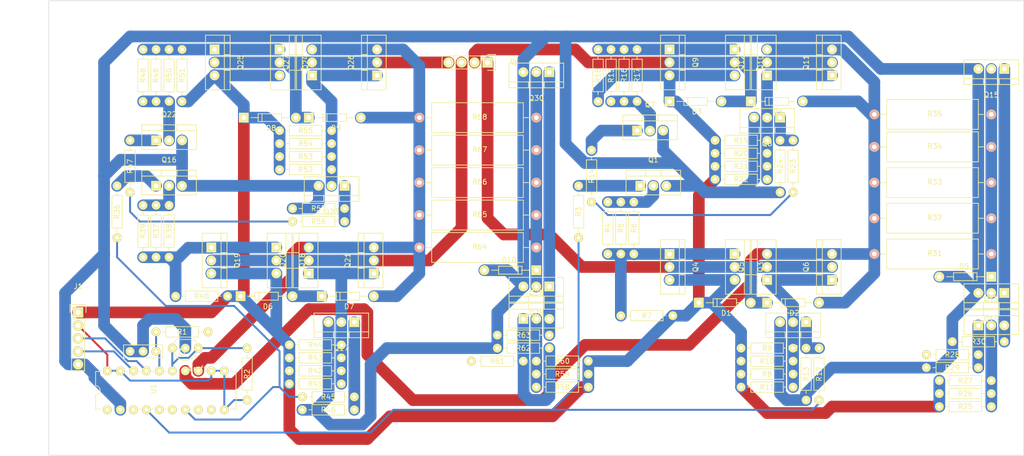
<source format=kicad_pcb>
(kicad_pcb (version 4) (host pcbnew 4.0.1-stable)
  (layers (0 F.Cu signal) (31 B.Cu signal) (34 B.Paste user) (35 F.Paste user) (36 B.SilkS user) (37 F.SilkS user) (38 B.Mask user) (39 F.Mask user) (44 Edge.Cuts user))
  (net 0 "")
  (net 1 "Net-(C1-Pad1)")
  (net 2 GND)
  (net 3 +12V)
  (net 4 INA)
  (net 5 sense1)
  (net 6 INB)
  (net 7 "Net-(D5-Pad1)")
  (net 8 INC)
  (net 9 sense2)
  (net 10 IND)
  (net 11 "Net-(D10-Pad1)")
  (net 12 +5V)
  (net 13 MotorDir)
  (net 14 MotorClk)
  (net 15 "Net-(Q1-Pad2)")
  (net 16 "Net-(Q1-Pad1)")
  (net 17 "Net-(Q2-Pad2)")
  (net 18 "Net-(Q2-Pad1)")
  (net 19 "Net-(Q3-Pad1)")
  (net 20 "Net-(Q7-Pad2)")
  (net 21 "Net-(Q7-Pad1)")
  (net 22 "Net-(Q11-Pad1)")
  (net 23 "Net-(Q8-Pad1)")
  (net 24 "Net-(Q10-Pad1)")
  (net 25 "Net-(Q13-Pad2)")
  (net 26 "Net-(Q13-Pad1)")
  (net 27 "Net-(Q13-Pad3)")
  (net 28 "Net-(Q16-Pad2)")
  (net 29 "Net-(Q16-Pad1)")
  (net 30 "Net-(Q17-Pad2)")
  (net 31 "Net-(Q17-Pad1)")
  (net 32 "Net-(Q18-Pad1)")
  (net 33 "Net-(Q22-Pad2)")
  (net 34 "Net-(Q22-Pad1)")
  (net 35 "Net-(Q23-Pad2)")
  (net 36 "Net-(Q23-Pad1)")
  (net 37 "Net-(Q24-Pad1)")
  (net 38 "Net-(Q28-Pad2)")
  (net 39 "Net-(Q28-Pad1)")
  (net 40 "Net-(Q28-Pad3)")
  (net 41 "Net-(R1-Pad1)")
  (net 42 Vref)
  (net 43 A)
  (net 44 B)
  (net 45 INH1)
  (net 46 C)
  (net 47 D)
  (net 48 INH2)
  (net 49 "Net-(U1-Pad1)")
  (net 50 "Net-(U1-Pad3)")
  (module "Custom Footprint:SR204" (layer F.Cu) (at 179.705 116.84)
    (fp_text reference D1 (at 5.334 2.032) (layer F.SilkS))
    (fp_text value SR204)
    (pad 1 thru_hole rect (at 0.00052 -0.00254 180) (size 1.916 1.916) (drill 0.9) (layers *.Cu *.Mask F.SilkS) (net 3 +12V))
    (pad 2 thru_hole circle (at 10.16 0) (size 1.916 1.916) (drill 0.9) (layers *.Cu *.Mask F.SilkS) (net 4 INA))
  )
  (module "Custom Footprint:SR204" (layer F.Cu) (at 193.04 116.84)
    (fp_text reference D2 (at 5.334 2.032) (layer F.SilkS))
    (fp_text value SR204)
    (pad 1 thru_hole rect (at 0.00052 -0.00254 180) (size 1.916 1.916) (drill 0.9) (layers *.Cu *.Mask F.SilkS) (net 4 INA))
    (pad 2 thru_hole circle (at 10.16 0) (size 1.916 1.916) (drill 0.9) (layers *.Cu *.Mask F.SilkS) (net 5 sense1))
  )
  (module "Custom Footprint:SR204" (layer F.Cu) (at 173.99 77.47)
    (fp_text reference D3 (at 5.334 2.032) (layer F.SilkS))
    (fp_text value SR204)
    (pad 1 thru_hole rect (at 0.00052 -0.00254 180) (size 1.916 1.916) (drill 0.9) (layers *.Cu *.Mask F.SilkS) (net 3 +12V))
    (pad 2 thru_hole circle (at 10.16 0) (size 1.916 1.916) (drill 0.9) (layers *.Cu *.Mask F.SilkS) (net 6 INB))
  )
  (module "Custom Footprint:SR204" (layer F.Cu) (at 189.865 77.47)
    (fp_text reference D4 (at 5.334 2.032) (layer F.SilkS))
    (fp_text value SR204)
    (pad 1 thru_hole rect (at 0.00052 -0.00254 180) (size 1.916 1.916) (drill 0.9) (layers *.Cu *.Mask F.SilkS) (net 6 INB))
    (pad 2 thru_hole circle (at 10.16 0) (size 1.916 1.916) (drill 0.9) (layers *.Cu *.Mask F.SilkS) (net 5 sense1))
  )
  (module "Custom Footprint:SR204" (layer F.Cu) (at 236.855 111.76 180)
    (fp_text reference D5 (at 5.334 2.032 180) (layer F.SilkS))
    (fp_text value SR204)
    (pad 1 thru_hole rect (at 0.00052 -0.00254) (size 1.916 1.916) (drill 0.9) (layers *.Cu *.Mask F.SilkS) (net 7 "Net-(D5-Pad1)"))
    (pad 2 thru_hole circle (at 10.16 0 180) (size 1.916 1.916) (drill 0.9) (layers *.Cu *.Mask F.SilkS) (net 2 GND))
  )
  (module "Custom Footprint:SR204" (layer F.Cu) (at 90.17 115.57)
    (fp_text reference D6 (at 5.334 2.032) (layer F.SilkS))
    (fp_text value SR204)
    (pad 1 thru_hole rect (at 0.00052 -0.00254 180) (size 1.916 1.916) (drill 0.9) (layers *.Cu *.Mask F.SilkS) (net 3 +12V))
    (pad 2 thru_hole circle (at 10.16 0) (size 1.916 1.916) (drill 0.9) (layers *.Cu *.Mask F.SilkS) (net 8 INC))
  )
  (module "Custom Footprint:SR204" (layer F.Cu) (at 106.045 115.57)
    (fp_text reference D7 (at 5.334 2.032) (layer F.SilkS))
    (fp_text value SR204)
    (pad 1 thru_hole rect (at 0.00052 -0.00254 180) (size 1.916 1.916) (drill 0.9) (layers *.Cu *.Mask F.SilkS) (net 8 INC))
    (pad 2 thru_hole circle (at 10.16 0) (size 1.916 1.916) (drill 0.9) (layers *.Cu *.Mask F.SilkS) (net 9 sense2))
  )
  (module "Custom Footprint:SR204" (layer F.Cu) (at 90.805 80.645)
    (fp_text reference D8 (at 5.334 2.032) (layer F.SilkS))
    (fp_text value SR204)
    (pad 1 thru_hole rect (at 0.00052 -0.00254 180) (size 1.916 1.916) (drill 0.9) (layers *.Cu *.Mask F.SilkS) (net 3 +12V))
    (pad 2 thru_hole circle (at 10.16 0) (size 1.916 1.916) (drill 0.9) (layers *.Cu *.Mask F.SilkS) (net 10 IND))
  )
  (module "Custom Footprint:SR204" (layer F.Cu) (at 103.505 80.645)
    (fp_text reference D9 (at 5.334 2.032) (layer F.SilkS))
    (fp_text value SR204)
    (pad 1 thru_hole rect (at 0.00052 -0.00254 180) (size 1.916 1.916) (drill 0.9) (layers *.Cu *.Mask F.SilkS) (net 10 IND))
    (pad 2 thru_hole circle (at 10.16 0) (size 1.916 1.916) (drill 0.9) (layers *.Cu *.Mask F.SilkS) (net 9 sense2))
  )
  (module "Custom Footprint:SR204" (layer F.Cu) (at 147.955 110.49 180)
    (fp_text reference D10 (at 5.334 2.032 180) (layer F.SilkS))
    (fp_text value SR204)
    (pad 1 thru_hole rect (at 0.00052 -0.00254) (size 1.916 1.916) (drill 0.9) (layers *.Cu *.Mask F.SilkS) (net 11 "Net-(D10-Pad1)"))
    (pad 2 thru_hole circle (at 10.16 0 180) (size 1.916 1.916) (drill 0.9) (layers *.Cu *.Mask F.SilkS) (net 2 GND))
  )
  (module "Custom Footprint:Pin_Header_Straight_1x05" (layer F.Cu) (at 58.42 118.745)
    (fp_text reference J1 (at 0 -5.1) (layer F.SilkS))
    (fp_text value PWR_IO)
    (pad 1 thru_hole rect (at 0 0) (size 2.016 2.016) (drill 1) (layers *.Cu *.Mask F.SilkS) (net 3 +12V))
    (pad 2 thru_hole circle (at 0 2.54) (size 2.016 2.016) (drill 1) (layers *.Cu *.Mask F.SilkS) (net 12 +5V))
    (pad 3 thru_hole circle (at 0 5.08) (size 2.016 2.016) (drill 1) (layers *.Cu *.Mask F.SilkS) (net 13 MotorDir))
    (pad 4 thru_hole circle (at 0 7.62) (size 2.016 2.016) (drill 1) (layers *.Cu *.Mask F.SilkS) (net 14 MotorClk))
    (pad 5 thru_hole circle (at 0 10.16) (size 2.016 2.016) (drill 1) (layers *.Cu *.Mask F.SilkS) (net 2 GND))
  )
  (module "Custom Footprint:Pin_Header_Straight_1x04" (layer F.Cu) (at 138.43 69.85 270)
    (fp_text reference J2 (at 0 -5.1 270) (layer F.SilkS))
    (fp_text value Motor)
    (pad 1 thru_hole rect (at 0 0 270) (size 2.016 2.016) (drill 1) (layers *.Cu *.Mask F.SilkS) (net 4 INA))
    (pad 2 thru_hole circle (at 0 2.54 270) (size 2.016 2.016) (drill 1) (layers *.Cu *.Mask F.SilkS) (net 6 INB))
    (pad 3 thru_hole circle (at 0 5.08 270) (size 2.016 2.016) (drill 1) (layers *.Cu *.Mask F.SilkS) (net 8 INC))
    (pad 4 thru_hole circle (at 0 7.62 270) (size 2.016 2.016) (drill 1) (layers *.Cu *.Mask F.SilkS) (net 10 IND))
  )
  (module "Custom Footprint:TO-220_Neutral123_Vertical" (layer F.Cu) (at 170.815 93.98)
    (fp_text reference Q1 (at 0 -5.08) (layer F.SilkS))
    (fp_text value TIP41)
    (pad 2 thru_hole circle (at 0 0 90) (size 1.916 1.916) (drill 0.9) (layers *.Cu *.Mask F.SilkS) (net 15 "Net-(Q1-Pad2)"))
    (pad 1 thru_hole rect (at -2.54 0 90) (size 1.916 1.916) (drill 0.9) (layers *.Cu *.Mask F.SilkS) (net 16 "Net-(Q1-Pad1)"))
    (pad 3 thru_hole circle (at 2.54 0 90) (size 1.916 1.916) (drill 0.9) (layers *.Cu *.Mask F.SilkS) (net 2 GND))
  )
  (module "Custom Footprint:TO-220_Neutral123_Vertical" (layer F.Cu) (at 198.12 120.65 180)
    (fp_text reference Q2 (at 0 -5.08 180) (layer F.SilkS))
    (fp_text value TIP41)
    (pad 2 thru_hole circle (at 0 0 270) (size 1.916 1.916) (drill 0.9) (layers *.Cu *.Mask F.SilkS) (net 17 "Net-(Q2-Pad2)"))
    (pad 1 thru_hole rect (at -2.54 0 270) (size 1.916 1.916) (drill 0.9) (layers *.Cu *.Mask F.SilkS) (net 18 "Net-(Q2-Pad1)"))
    (pad 3 thru_hole circle (at 2.54 0 270) (size 1.916 1.916) (drill 0.9) (layers *.Cu *.Mask F.SilkS) (net 2 GND))
  )
  (module "Custom Footprint:TO-220_Neutral123_Vertical" (layer F.Cu) (at 186.69 109.855 270)
    (fp_text reference Q3 (at 0 -5.08 270) (layer F.SilkS))
    (fp_text value TIP42)
    (pad 2 thru_hole circle (at 0 0) (size 1.916 1.916) (drill 0.9) (layers *.Cu *.Mask F.SilkS) (net 4 INA))
    (pad 1 thru_hole rect (at -2.54 0) (size 1.916 1.916) (drill 0.9) (layers *.Cu *.Mask F.SilkS) (net 19 "Net-(Q3-Pad1)"))
    (pad 3 thru_hole circle (at 2.54 0) (size 1.916 1.916) (drill 0.9) (layers *.Cu *.Mask F.SilkS) (net 3 +12V))
  )
  (module "Custom Footprint:TO-220_Neutral123_Vertical" (layer F.Cu) (at 173.99 109.855 270)
    (fp_text reference Q4 (at 0 -5.08 270) (layer F.SilkS))
    (fp_text value TIP42)
    (pad 2 thru_hole circle (at 0 0) (size 1.916 1.916) (drill 0.9) (layers *.Cu *.Mask F.SilkS) (net 4 INA))
    (pad 1 thru_hole rect (at -2.54 0) (size 1.916 1.916) (drill 0.9) (layers *.Cu *.Mask F.SilkS) (net 19 "Net-(Q3-Pad1)"))
    (pad 3 thru_hole circle (at 2.54 0) (size 1.916 1.916) (drill 0.9) (layers *.Cu *.Mask F.SilkS) (net 3 +12V))
  )
  (module "Custom Footprint:TO-220_Neutral123_Vertical" (layer F.Cu) (at 193.04 109.855 90)
    (fp_text reference Q5 (at 0 -5.08 90) (layer F.SilkS))
    (fp_text value TIP41)
    (pad 2 thru_hole circle (at 0 0 180) (size 1.916 1.916) (drill 0.9) (layers *.Cu *.Mask F.SilkS) (net 4 INA))
    (pad 1 thru_hole rect (at -2.54 0 180) (size 1.916 1.916) (drill 0.9) (layers *.Cu *.Mask F.SilkS) (net 17 "Net-(Q2-Pad2)"))
    (pad 3 thru_hole circle (at 2.54 0 180) (size 1.916 1.916) (drill 0.9) (layers *.Cu *.Mask F.SilkS) (net 5 sense1))
  )
  (module "Custom Footprint:TO-220_Neutral123_Vertical" (layer F.Cu) (at 205.74 109.855 90)
    (fp_text reference Q6 (at 0 -5.08 90) (layer F.SilkS))
    (fp_text value TIP41)
    (pad 2 thru_hole circle (at 0 0 180) (size 1.916 1.916) (drill 0.9) (layers *.Cu *.Mask F.SilkS) (net 4 INA))
    (pad 1 thru_hole rect (at -2.54 0 180) (size 1.916 1.916) (drill 0.9) (layers *.Cu *.Mask F.SilkS) (net 17 "Net-(Q2-Pad2)"))
    (pad 3 thru_hole circle (at 2.54 0 180) (size 1.916 1.916) (drill 0.9) (layers *.Cu *.Mask F.SilkS) (net 5 sense1))
  )
  (module "Custom Footprint:TO-220_Neutral123_Vertical" (layer F.Cu) (at 170.18 83.185)
    (fp_text reference Q7 (at 0 -5.08) (layer F.SilkS))
    (fp_text value TIP41)
    (pad 2 thru_hole circle (at 0 0 90) (size 1.916 1.916) (drill 0.9) (layers *.Cu *.Mask F.SilkS) (net 20 "Net-(Q7-Pad2)"))
    (pad 1 thru_hole rect (at -2.54 0 90) (size 1.916 1.916) (drill 0.9) (layers *.Cu *.Mask F.SilkS) (net 21 "Net-(Q7-Pad1)"))
    (pad 3 thru_hole circle (at 2.54 0 90) (size 1.916 1.916) (drill 0.9) (layers *.Cu *.Mask F.SilkS) (net 2 GND))
  )
  (module "Custom Footprint:TO-220_Neutral123_Vertical" (layer F.Cu) (at 193.04 80.645 180)
    (fp_text reference Q8 (at 0 -5.08 180) (layer F.SilkS))
    (fp_text value TIP41)
    (pad 2 thru_hole circle (at 0 0 270) (size 1.916 1.916) (drill 0.9) (layers *.Cu *.Mask F.SilkS) (net 22 "Net-(Q11-Pad1)"))
    (pad 1 thru_hole rect (at -2.54 0 270) (size 1.916 1.916) (drill 0.9) (layers *.Cu *.Mask F.SilkS) (net 23 "Net-(Q8-Pad1)"))
    (pad 3 thru_hole circle (at 2.54 0 270) (size 1.916 1.916) (drill 0.9) (layers *.Cu *.Mask F.SilkS) (net 2 GND))
  )
  (module "Custom Footprint:TO-220_Neutral123_Vertical" (layer F.Cu) (at 173.99 69.85 270)
    (fp_text reference Q9 (at 0 -5.08 270) (layer F.SilkS))
    (fp_text value TIP42)
    (pad 2 thru_hole circle (at 0 0) (size 1.916 1.916) (drill 0.9) (layers *.Cu *.Mask F.SilkS) (net 6 INB))
    (pad 1 thru_hole rect (at -2.54 0) (size 1.916 1.916) (drill 0.9) (layers *.Cu *.Mask F.SilkS) (net 24 "Net-(Q10-Pad1)"))
    (pad 3 thru_hole circle (at 2.54 0) (size 1.916 1.916) (drill 0.9) (layers *.Cu *.Mask F.SilkS) (net 3 +12V))
  )
  (module "Custom Footprint:TO-220_Neutral123_Vertical" (layer F.Cu) (at 186.69 69.85 270)
    (fp_text reference Q10 (at 0 -5.08 270) (layer F.SilkS))
    (fp_text value TIP42)
    (pad 2 thru_hole circle (at 0 0) (size 1.916 1.916) (drill 0.9) (layers *.Cu *.Mask F.SilkS) (net 6 INB))
    (pad 1 thru_hole rect (at -2.54 0) (size 1.916 1.916) (drill 0.9) (layers *.Cu *.Mask F.SilkS) (net 24 "Net-(Q10-Pad1)"))
    (pad 3 thru_hole circle (at 2.54 0) (size 1.916 1.916) (drill 0.9) (layers *.Cu *.Mask F.SilkS) (net 3 +12V))
  )
  (module "Custom Footprint:TO-220_Neutral123_Vertical" (layer F.Cu) (at 205.74 69.85 90)
    (fp_text reference Q11 (at 0 -5.08 90) (layer F.SilkS))
    (fp_text value TIP41)
    (pad 2 thru_hole circle (at 0 0 180) (size 1.916 1.916) (drill 0.9) (layers *.Cu *.Mask F.SilkS) (net 6 INB))
    (pad 1 thru_hole rect (at -2.54 0 180) (size 1.916 1.916) (drill 0.9) (layers *.Cu *.Mask F.SilkS) (net 22 "Net-(Q11-Pad1)"))
    (pad 3 thru_hole circle (at 2.54 0 180) (size 1.916 1.916) (drill 0.9) (layers *.Cu *.Mask F.SilkS) (net 5 sense1))
  )
  (module "Custom Footprint:TO-220_Neutral123_Vertical" (layer F.Cu) (at 193.04 69.85 90)
    (fp_text reference Q12 (at 0 -5.08 90) (layer F.SilkS))
    (fp_text value TIP41)
    (pad 2 thru_hole circle (at 0 0 180) (size 1.916 1.916) (drill 0.9) (layers *.Cu *.Mask F.SilkS) (net 6 INB))
    (pad 1 thru_hole rect (at -2.54 0 180) (size 1.916 1.916) (drill 0.9) (layers *.Cu *.Mask F.SilkS) (net 22 "Net-(Q11-Pad1)"))
    (pad 3 thru_hole circle (at 2.54 0 180) (size 1.916 1.916) (drill 0.9) (layers *.Cu *.Mask F.SilkS) (net 5 sense1))
  )
  (module "Custom Footprint:TO-220_Neutral123_Vertical" (layer F.Cu) (at 236.855 121.285)
    (fp_text reference Q13 (at 0 -5.08) (layer F.SilkS))
    (fp_text value TIP41)
    (pad 2 thru_hole circle (at 0 0 90) (size 1.916 1.916) (drill 0.9) (layers *.Cu *.Mask F.SilkS) (net 25 "Net-(Q13-Pad2)"))
    (pad 1 thru_hole rect (at -2.54 0 90) (size 1.916 1.916) (drill 0.9) (layers *.Cu *.Mask F.SilkS) (net 26 "Net-(Q13-Pad1)"))
    (pad 3 thru_hole circle (at 2.54 0 90) (size 1.916 1.916) (drill 0.9) (layers *.Cu *.Mask F.SilkS) (net 27 "Net-(Q13-Pad3)"))
  )
  (module "Custom Footprint:TO-220_Neutral123_Vertical" (layer F.Cu) (at 236.855 114.935 180)
    (fp_text reference Q14 (at 0 -5.08 180) (layer F.SilkS))
    (fp_text value TIP41)
    (pad 2 thru_hole circle (at 0 0 270) (size 1.916 1.916) (drill 0.9) (layers *.Cu *.Mask F.SilkS) (net 7 "Net-(D5-Pad1)"))
    (pad 1 thru_hole rect (at -2.54 0 270) (size 1.916 1.916) (drill 0.9) (layers *.Cu *.Mask F.SilkS) (net 27 "Net-(Q13-Pad3)"))
    (pad 3 thru_hole circle (at 2.54 0 270) (size 1.916 1.916) (drill 0.9) (layers *.Cu *.Mask F.SilkS) (net 2 GND))
  )
  (module "Custom Footprint:TO-220_Neutral123_Vertical" (layer F.Cu) (at 236.855 71.12 180)
    (fp_text reference Q15 (at 0 -5.08 180) (layer F.SilkS))
    (fp_text value TIP41)
    (pad 2 thru_hole circle (at 0 0 270) (size 1.916 1.916) (drill 0.9) (layers *.Cu *.Mask F.SilkS) (net 7 "Net-(D5-Pad1)"))
    (pad 1 thru_hole rect (at -2.54 0 270) (size 1.916 1.916) (drill 0.9) (layers *.Cu *.Mask F.SilkS) (net 27 "Net-(Q13-Pad3)"))
    (pad 3 thru_hole circle (at 2.54 0 270) (size 1.916 1.916) (drill 0.9) (layers *.Cu *.Mask F.SilkS) (net 2 GND))
  )
  (module "Custom Footprint:TO-220_Neutral123_Vertical" (layer F.Cu) (at 76.2 93.98)
    (fp_text reference Q16 (at 0 -5.08) (layer F.SilkS))
    (fp_text value TIP41)
    (pad 2 thru_hole circle (at 0 0 90) (size 1.916 1.916) (drill 0.9) (layers *.Cu *.Mask F.SilkS) (net 28 "Net-(Q16-Pad2)"))
    (pad 1 thru_hole rect (at -2.54 0 90) (size 1.916 1.916) (drill 0.9) (layers *.Cu *.Mask F.SilkS) (net 29 "Net-(Q16-Pad1)"))
    (pad 3 thru_hole circle (at 2.54 0 90) (size 1.916 1.916) (drill 0.9) (layers *.Cu *.Mask F.SilkS) (net 2 GND))
  )
  (module "Custom Footprint:TO-220_Neutral123_Vertical" (layer F.Cu) (at 109.855 120.65 180)
    (fp_text reference Q17 (at 0 -5.08 180) (layer F.SilkS))
    (fp_text value TIP41)
    (pad 2 thru_hole circle (at 0 0 270) (size 1.916 1.916) (drill 0.9) (layers *.Cu *.Mask F.SilkS) (net 30 "Net-(Q17-Pad2)"))
    (pad 1 thru_hole rect (at -2.54 0 270) (size 1.916 1.916) (drill 0.9) (layers *.Cu *.Mask F.SilkS) (net 31 "Net-(Q17-Pad1)"))
    (pad 3 thru_hole circle (at 2.54 0 270) (size 1.916 1.916) (drill 0.9) (layers *.Cu *.Mask F.SilkS) (net 2 GND))
  )
  (module "Custom Footprint:TO-220_Neutral123_Vertical" (layer F.Cu) (at 97.155 108.585 270)
    (fp_text reference Q18 (at 0 -5.08 270) (layer F.SilkS))
    (fp_text value TIP42)
    (pad 2 thru_hole circle (at 0 0) (size 1.916 1.916) (drill 0.9) (layers *.Cu *.Mask F.SilkS) (net 8 INC))
    (pad 1 thru_hole rect (at -2.54 0) (size 1.916 1.916) (drill 0.9) (layers *.Cu *.Mask F.SilkS) (net 32 "Net-(Q18-Pad1)"))
    (pad 3 thru_hole circle (at 2.54 0) (size 1.916 1.916) (drill 0.9) (layers *.Cu *.Mask F.SilkS) (net 3 +12V))
  )
  (module "Custom Footprint:TO-220_Neutral123_Vertical" (layer F.Cu) (at 84.455 108.585 270)
    (fp_text reference Q19 (at 0 -5.08 270) (layer F.SilkS))
    (fp_text value TIP42)
    (pad 2 thru_hole circle (at 0 0) (size 1.916 1.916) (drill 0.9) (layers *.Cu *.Mask F.SilkS) (net 8 INC))
    (pad 1 thru_hole rect (at -2.54 0) (size 1.916 1.916) (drill 0.9) (layers *.Cu *.Mask F.SilkS) (net 32 "Net-(Q18-Pad1)"))
    (pad 3 thru_hole circle (at 2.54 0) (size 1.916 1.916) (drill 0.9) (layers *.Cu *.Mask F.SilkS) (net 3 +12V))
  )
  (module "Custom Footprint:TO-220_Neutral123_Vertical" (layer F.Cu) (at 103.505 108.585 90)
    (fp_text reference Q20 (at 0 -5.08 90) (layer F.SilkS))
    (fp_text value TIP41)
    (pad 2 thru_hole circle (at 0 0 180) (size 1.916 1.916) (drill 0.9) (layers *.Cu *.Mask F.SilkS) (net 8 INC))
    (pad 1 thru_hole rect (at -2.54 0 180) (size 1.916 1.916) (drill 0.9) (layers *.Cu *.Mask F.SilkS) (net 30 "Net-(Q17-Pad2)"))
    (pad 3 thru_hole circle (at 2.54 0 180) (size 1.916 1.916) (drill 0.9) (layers *.Cu *.Mask F.SilkS) (net 9 sense2))
  )
  (module "Custom Footprint:TO-220_Neutral123_Vertical" (layer F.Cu) (at 116.205 108.585 90)
    (fp_text reference Q21 (at 0 -5.08 90) (layer F.SilkS))
    (fp_text value TIP41)
    (pad 2 thru_hole circle (at 0 0 180) (size 1.916 1.916) (drill 0.9) (layers *.Cu *.Mask F.SilkS) (net 8 INC))
    (pad 1 thru_hole rect (at -2.54 0 180) (size 1.916 1.916) (drill 0.9) (layers *.Cu *.Mask F.SilkS) (net 30 "Net-(Q17-Pad2)"))
    (pad 3 thru_hole circle (at 2.54 0 180) (size 1.916 1.916) (drill 0.9) (layers *.Cu *.Mask F.SilkS) (net 9 sense2))
  )
  (module "Custom Footprint:TO-220_Neutral123_Vertical" (layer F.Cu) (at 76.2 85.09)
    (fp_text reference Q22 (at 0 -5.08) (layer F.SilkS))
    (fp_text value TIP41)
    (pad 2 thru_hole circle (at 0 0 90) (size 1.916 1.916) (drill 0.9) (layers *.Cu *.Mask F.SilkS) (net 33 "Net-(Q22-Pad2)"))
    (pad 1 thru_hole rect (at -2.54 0 90) (size 1.916 1.916) (drill 0.9) (layers *.Cu *.Mask F.SilkS) (net 34 "Net-(Q22-Pad1)"))
    (pad 3 thru_hole circle (at 2.54 0 90) (size 1.916 1.916) (drill 0.9) (layers *.Cu *.Mask F.SilkS) (net 2 GND))
  )
  (module "Custom Footprint:TO-220_Neutral123_Vertical" (layer F.Cu) (at 107.95 93.98 180)
    (fp_text reference Q23 (at 0 -5.08 180) (layer F.SilkS))
    (fp_text value TIP41)
    (pad 2 thru_hole circle (at 0 0 270) (size 1.916 1.916) (drill 0.9) (layers *.Cu *.Mask F.SilkS) (net 35 "Net-(Q23-Pad2)"))
    (pad 1 thru_hole rect (at -2.54 0 270) (size 1.916 1.916) (drill 0.9) (layers *.Cu *.Mask F.SilkS) (net 36 "Net-(Q23-Pad1)"))
    (pad 3 thru_hole circle (at 2.54 0 270) (size 1.916 1.916) (drill 0.9) (layers *.Cu *.Mask F.SilkS) (net 2 GND))
  )
  (module "Custom Footprint:TO-220_Neutral123_Vertical" (layer F.Cu) (at 97.79 69.85 270)
    (fp_text reference Q24 (at 0 -5.08 270) (layer F.SilkS))
    (fp_text value TIP42)
    (pad 2 thru_hole circle (at 0 0) (size 1.916 1.916) (drill 0.9) (layers *.Cu *.Mask F.SilkS) (net 10 IND))
    (pad 1 thru_hole rect (at -2.54 0) (size 1.916 1.916) (drill 0.9) (layers *.Cu *.Mask F.SilkS) (net 37 "Net-(Q24-Pad1)"))
    (pad 3 thru_hole circle (at 2.54 0) (size 1.916 1.916) (drill 0.9) (layers *.Cu *.Mask F.SilkS) (net 3 +12V))
  )
  (module "Custom Footprint:TO-220_Neutral123_Vertical" (layer F.Cu) (at 85.09 69.85 270)
    (fp_text reference Q25 (at 0 -5.08 270) (layer F.SilkS))
    (fp_text value TIP42)
    (pad 2 thru_hole circle (at 0 0) (size 1.916 1.916) (drill 0.9) (layers *.Cu *.Mask F.SilkS) (net 10 IND))
    (pad 1 thru_hole rect (at -2.54 0) (size 1.916 1.916) (drill 0.9) (layers *.Cu *.Mask F.SilkS) (net 37 "Net-(Q24-Pad1)"))
    (pad 3 thru_hole circle (at 2.54 0) (size 1.916 1.916) (drill 0.9) (layers *.Cu *.Mask F.SilkS) (net 3 +12V))
  )
  (module "Custom Footprint:TO-220_Neutral123_Vertical" (layer F.Cu) (at 116.84 69.85 90)
    (fp_text reference Q26 (at 0 -5.08 90) (layer F.SilkS))
    (fp_text value TIP41)
    (pad 2 thru_hole circle (at 0 0 180) (size 1.916 1.916) (drill 0.9) (layers *.Cu *.Mask F.SilkS) (net 10 IND))
    (pad 1 thru_hole rect (at -2.54 0 180) (size 1.916 1.916) (drill 0.9) (layers *.Cu *.Mask F.SilkS) (net 35 "Net-(Q23-Pad2)"))
    (pad 3 thru_hole circle (at 2.54 0 180) (size 1.916 1.916) (drill 0.9) (layers *.Cu *.Mask F.SilkS) (net 9 sense2))
  )
  (module "Custom Footprint:TO-220_Neutral123_Vertical" (layer F.Cu) (at 104.14 69.85 90)
    (fp_text reference Q27 (at 0 -5.08 90) (layer F.SilkS))
    (fp_text value TIP41)
    (pad 2 thru_hole circle (at 0 0 180) (size 1.916 1.916) (drill 0.9) (layers *.Cu *.Mask F.SilkS) (net 10 IND))
    (pad 1 thru_hole rect (at -2.54 0 180) (size 1.916 1.916) (drill 0.9) (layers *.Cu *.Mask F.SilkS) (net 35 "Net-(Q23-Pad2)"))
    (pad 3 thru_hole circle (at 2.54 0 180) (size 1.916 1.916) (drill 0.9) (layers *.Cu *.Mask F.SilkS) (net 9 sense2))
  )
  (module "Custom Footprint:TO-220_Neutral123_Vertical" (layer F.Cu) (at 147.955 120.015)
    (fp_text reference Q28 (at 0 -5.08) (layer F.SilkS))
    (fp_text value TIP41)
    (pad 2 thru_hole circle (at 0 0 90) (size 1.916 1.916) (drill 0.9) (layers *.Cu *.Mask F.SilkS) (net 38 "Net-(Q28-Pad2)"))
    (pad 1 thru_hole rect (at -2.54 0 90) (size 1.916 1.916) (drill 0.9) (layers *.Cu *.Mask F.SilkS) (net 39 "Net-(Q28-Pad1)"))
    (pad 3 thru_hole circle (at 2.54 0 90) (size 1.916 1.916) (drill 0.9) (layers *.Cu *.Mask F.SilkS) (net 40 "Net-(Q28-Pad3)"))
  )
  (module "Custom Footprint:TO-220_Neutral123_Vertical" (layer F.Cu) (at 147.955 113.665 180)
    (fp_text reference Q29 (at 0 -5.08 180) (layer F.SilkS))
    (fp_text value TIP41)
    (pad 2 thru_hole circle (at 0 0 270) (size 1.916 1.916) (drill 0.9) (layers *.Cu *.Mask F.SilkS) (net 11 "Net-(D10-Pad1)"))
    (pad 1 thru_hole rect (at -2.54 0 270) (size 1.916 1.916) (drill 0.9) (layers *.Cu *.Mask F.SilkS) (net 40 "Net-(Q28-Pad3)"))
    (pad 3 thru_hole circle (at 2.54 0 270) (size 1.916 1.916) (drill 0.9) (layers *.Cu *.Mask F.SilkS) (net 2 GND))
  )
  (module "Custom Footprint:TO-220_Neutral123_Vertical" (layer F.Cu) (at 147.955 71.755 180)
    (fp_text reference Q30 (at 0 -5.08 180) (layer F.SilkS))
    (fp_text value TIP41)
    (pad 2 thru_hole circle (at 0 0 270) (size 1.916 1.916) (drill 0.9) (layers *.Cu *.Mask F.SilkS) (net 11 "Net-(D10-Pad1)"))
    (pad 1 thru_hole rect (at -2.54 0 270) (size 1.916 1.916) (drill 0.9) (layers *.Cu *.Mask F.SilkS) (net 40 "Net-(Q28-Pad3)"))
    (pad 3 thru_hole circle (at 2.54 0 270) (size 1.916 1.916) (drill 0.9) (layers *.Cu *.Mask F.SilkS) (net 2 GND))
  )
  (module "Custom Footprint:Resistor-0.25W" (layer F.Cu) (at 83.82 122.555 180)
    (fp_text reference R1 (at 5.08 0 180) (layer F.SilkS))
    (fp_text value 10kΩ)
    (pad 1 thru_hole circle (at 0 0 180) (size 1.716 1.716) (drill 0.7) (layers *.Cu *.Mask F.SilkS) (net 41 "Net-(R1-Pad1)"))
    (pad 2 thru_hole circle (at 10.16 0 180) (size 1.716 1.716) (drill 0.7) (layers *.Cu *.Mask F.SilkS) (net 1 "Net-(C1-Pad1)"))
  )
  (module "Custom Footprint:Resistor-0.25W" (layer F.Cu) (at 91.44 135.89 90)
    (fp_text reference R2 (at 5.08 0 90) (layer F.SilkS))
    (fp_text value 1.2kΩ)
    (pad 1 thru_hole circle (at 0 0 90) (size 1.716 1.716) (drill 0.7) (layers *.Cu *.Mask F.SilkS) (net 12 +5V))
    (pad 2 thru_hole circle (at 10.16 0 90) (size 1.716 1.716) (drill 0.7) (layers *.Cu *.Mask F.SilkS) (net 42 Vref))
  )
  (module "Custom Footprint:Resistor-0.25W" (layer F.Cu) (at 156.21 93.98 270)
    (fp_text reference R3 (at 5.08 0 270) (layer F.SilkS))
    (fp_text value 820Ω)
    (pad 1 thru_hole circle (at 0 0 270) (size 1.716 1.716) (drill 0.7) (layers *.Cu *.Mask F.SilkS) (net 16 "Net-(Q1-Pad1)"))
    (pad 2 thru_hole circle (at 10.16 0 270) (size 1.716 1.716) (drill 0.7) (layers *.Cu *.Mask F.SilkS) (net 43 A))
  )
  (module "Custom Footprint:Resistor-0.25W" (layer F.Cu) (at 161.925 107.315 90)
    (fp_text reference R4 (at 5.08 0 90) (layer F.SilkS))
    (fp_text value 56Ω)
    (pad 1 thru_hole circle (at 0 0 90) (size 1.716 1.716) (drill 0.7) (layers *.Cu *.Mask F.SilkS) (net 19 "Net-(Q3-Pad1)"))
    (pad 2 thru_hole circle (at 10.16 0 90) (size 1.716 1.716) (drill 0.7) (layers *.Cu *.Mask F.SilkS) (net 15 "Net-(Q1-Pad2)"))
  )
  (module "Custom Footprint:Resistor-0.25W" (layer F.Cu) (at 164.465 107.315 90)
    (fp_text reference R5 (at 5.08 0 90) (layer F.SilkS))
    (fp_text value 56Ω)
    (pad 1 thru_hole circle (at 0 0 90) (size 1.716 1.716) (drill 0.7) (layers *.Cu *.Mask F.SilkS) (net 19 "Net-(Q3-Pad1)"))
    (pad 2 thru_hole circle (at 10.16 0 90) (size 1.716 1.716) (drill 0.7) (layers *.Cu *.Mask F.SilkS) (net 15 "Net-(Q1-Pad2)"))
  )
  (module "Custom Footprint:Resistor-0.25W" (layer F.Cu) (at 167.005 107.315 90)
    (fp_text reference R6 (at 5.08 0 90) (layer F.SilkS))
    (fp_text value 56Ω)
    (pad 1 thru_hole circle (at 0 0 90) (size 1.716 1.716) (drill 0.7) (layers *.Cu *.Mask F.SilkS) (net 19 "Net-(Q3-Pad1)"))
    (pad 2 thru_hole circle (at 10.16 0 90) (size 1.716 1.716) (drill 0.7) (layers *.Cu *.Mask F.SilkS) (net 15 "Net-(Q1-Pad2)"))
  )
  (module "Custom Footprint:Resistor-0.25W" (layer F.Cu) (at 174.625 119.38 180)
    (fp_text reference R7 (at 5.08 0 180) (layer F.SilkS))
    (fp_text value 0Ω)
    (pad 1 thru_hole circle (at 0 0 180) (size 1.716 1.716) (drill 0.7) (layers *.Cu *.Mask F.SilkS) (net 3 +12V))
    (pad 2 thru_hole circle (at 10.16 0 180) (size 1.716 1.716) (drill 0.7) (layers *.Cu *.Mask F.SilkS) (net 19 "Net-(Q3-Pad1)"))
  )
  (module "Custom Footprint:Resistor-0.25W" (layer F.Cu) (at 187.96 130.81)
    (fp_text reference R8 (at 5.08 0) (layer F.SilkS))
    (fp_text value 220Ω)
    (pad 1 thru_hole circle (at 0 0) (size 1.716 1.716) (drill 0.7) (layers *.Cu *.Mask F.SilkS) (net 3 +12V))
    (pad 2 thru_hole circle (at 10.16 0) (size 1.716 1.716) (drill 0.7) (layers *.Cu *.Mask F.SilkS) (net 17 "Net-(Q2-Pad2)"))
  )
  (module "Custom Footprint:Resistor-0.25W" (layer F.Cu) (at 187.96 125.73)
    (fp_text reference R9 (at 5.08 0) (layer F.SilkS))
    (fp_text value 220Ω)
    (pad 1 thru_hole circle (at 0 0) (size 1.716 1.716) (drill 0.7) (layers *.Cu *.Mask F.SilkS) (net 3 +12V))
    (pad 2 thru_hole circle (at 10.16 0) (size 1.716 1.716) (drill 0.7) (layers *.Cu *.Mask F.SilkS) (net 17 "Net-(Q2-Pad2)"))
  )
  (module "Custom Footprint:Resistor-0.25W" (layer F.Cu) (at 187.96 128.27)
    (fp_text reference R10 (at 5.08 0) (layer F.SilkS))
    (fp_text value 270Ω)
    (pad 1 thru_hole circle (at 0 0) (size 1.716 1.716) (drill 0.7) (layers *.Cu *.Mask F.SilkS) (net 3 +12V))
    (pad 2 thru_hole circle (at 10.16 0) (size 1.716 1.716) (drill 0.7) (layers *.Cu *.Mask F.SilkS) (net 17 "Net-(Q2-Pad2)"))
  )
  (module "Custom Footprint:Resistor-0.25W" (layer F.Cu) (at 187.96 133.35)
    (fp_text reference R11 (at 5.08 0) (layer F.SilkS))
    (fp_text value 270Ω)
    (pad 1 thru_hole circle (at 0 0) (size 1.716 1.716) (drill 0.7) (layers *.Cu *.Mask F.SilkS) (net 3 +12V))
    (pad 2 thru_hole circle (at 10.16 0) (size 1.716 1.716) (drill 0.7) (layers *.Cu *.Mask F.SilkS) (net 17 "Net-(Q2-Pad2)"))
  )
  (module "Custom Footprint:Resistor-0.25W" (layer F.Cu) (at 203.2 125.73 270)
    (fp_text reference R12 (at 5.08 0 270) (layer F.SilkS))
    (fp_text value 1.2kΩ)
    (pad 1 thru_hole circle (at 0 0 270) (size 1.716 1.716) (drill 0.7) (layers *.Cu *.Mask F.SilkS) (net 18 "Net-(Q2-Pad1)"))
    (pad 2 thru_hole circle (at 10.16 0 270) (size 1.716 1.716) (drill 0.7) (layers *.Cu *.Mask F.SilkS) (net 43 A))
  )
  (module "Custom Footprint:Resistor-0.25W" (layer F.Cu) (at 200.66 125.73 270)
    (fp_text reference R13 (at 5.08 0 270) (layer F.SilkS))
    (fp_text value 0Ω)
    (pad 1 thru_hole circle (at 0 0 270) (size 1.716 1.716) (drill 0.7) (layers *.Cu *.Mask F.SilkS) (net 18 "Net-(Q2-Pad1)"))
    (pad 2 thru_hole circle (at 10.16 0 270) (size 1.716 1.716) (drill 0.7) (layers *.Cu *.Mask F.SilkS) (net 2 GND))
  )
  (module "Custom Footprint:Resistor-0.25W" (layer F.Cu) (at 158.75 86.995 270)
    (fp_text reference R14 (at 5.08 0 270) (layer F.SilkS))
    (fp_text value 820Ω)
    (pad 1 thru_hole circle (at 0 0 270) (size 1.716 1.716) (drill 0.7) (layers *.Cu *.Mask F.SilkS) (net 21 "Net-(Q7-Pad1)"))
    (pad 2 thru_hole circle (at 10.16 0 270) (size 1.716 1.716) (drill 0.7) (layers *.Cu *.Mask F.SilkS) (net 44 B))
  )
  (module "Custom Footprint:Resistor-0.25W" (layer F.Cu) (at 162.56 67.31 270)
    (fp_text reference R15 (at 5.08 0 270) (layer F.SilkS))
    (fp_text value 56Ω)
    (pad 1 thru_hole circle (at 0 0 270) (size 1.716 1.716) (drill 0.7) (layers *.Cu *.Mask F.SilkS) (net 24 "Net-(Q10-Pad1)"))
    (pad 2 thru_hole circle (at 10.16 0 270) (size 1.716 1.716) (drill 0.7) (layers *.Cu *.Mask F.SilkS) (net 20 "Net-(Q7-Pad2)"))
  )
  (module "Custom Footprint:Resistor-0.25W" (layer F.Cu) (at 165.1 67.31 270)
    (fp_text reference R16 (at 5.08 0 270) (layer F.SilkS))
    (fp_text value 56Ω)
    (pad 1 thru_hole circle (at 0 0 270) (size 1.716 1.716) (drill 0.7) (layers *.Cu *.Mask F.SilkS) (net 24 "Net-(Q10-Pad1)"))
    (pad 2 thru_hole circle (at 10.16 0 270) (size 1.716 1.716) (drill 0.7) (layers *.Cu *.Mask F.SilkS) (net 20 "Net-(Q7-Pad2)"))
  )
  (module "Custom Footprint:Resistor-0.25W" (layer F.Cu) (at 167.64 67.31 270)
    (fp_text reference R17 (at 5.08 0 270) (layer F.SilkS))
    (fp_text value 56Ω)
    (pad 1 thru_hole circle (at 0 0 270) (size 1.716 1.716) (drill 0.7) (layers *.Cu *.Mask F.SilkS) (net 24 "Net-(Q10-Pad1)"))
    (pad 2 thru_hole circle (at 10.16 0 270) (size 1.716 1.716) (drill 0.7) (layers *.Cu *.Mask F.SilkS) (net 20 "Net-(Q7-Pad2)"))
  )
  (module "Custom Footprint:Resistor-0.25W" (layer F.Cu) (at 160.02 77.47 90)
    (fp_text reference R18 (at 5.08 0 90) (layer F.SilkS))
    (fp_text value 0Ω)
    (pad 1 thru_hole circle (at 0 0 90) (size 1.716 1.716) (drill 0.7) (layers *.Cu *.Mask F.SilkS) (net 3 +12V))
    (pad 2 thru_hole circle (at 10.16 0 90) (size 1.716 1.716) (drill 0.7) (layers *.Cu *.Mask F.SilkS) (net 24 "Net-(Q10-Pad1)"))
  )
  (module "Custom Footprint:Resistor-0.25W" (layer F.Cu) (at 182.88 85.09)
    (fp_text reference R19 (at 5.08 0) (layer F.SilkS))
    (fp_text value 220Ω)
    (pad 1 thru_hole circle (at 0 0) (size 1.716 1.716) (drill 0.7) (layers *.Cu *.Mask F.SilkS) (net 3 +12V))
    (pad 2 thru_hole circle (at 10.16 0) (size 1.716 1.716) (drill 0.7) (layers *.Cu *.Mask F.SilkS) (net 22 "Net-(Q11-Pad1)"))
  )
  (module "Custom Footprint:Resistor-0.25W" (layer F.Cu) (at 182.88 87.63)
    (fp_text reference R20 (at 5.08 0) (layer F.SilkS))
    (fp_text value 220Ω)
    (pad 1 thru_hole circle (at 0 0) (size 1.716 1.716) (drill 0.7) (layers *.Cu *.Mask F.SilkS) (net 3 +12V))
    (pad 2 thru_hole circle (at 10.16 0) (size 1.716 1.716) (drill 0.7) (layers *.Cu *.Mask F.SilkS) (net 22 "Net-(Q11-Pad1)"))
  )
  (module "Custom Footprint:Resistor-0.25W" (layer F.Cu) (at 182.88 90.17)
    (fp_text reference R21 (at 5.08 0) (layer F.SilkS))
    (fp_text value 270Ω)
    (pad 1 thru_hole circle (at 0 0) (size 1.716 1.716) (drill 0.7) (layers *.Cu *.Mask F.SilkS) (net 3 +12V))
    (pad 2 thru_hole circle (at 10.16 0) (size 1.716 1.716) (drill 0.7) (layers *.Cu *.Mask F.SilkS) (net 22 "Net-(Q11-Pad1)"))
  )
  (module "Custom Footprint:Resistor-0.25W" (layer F.Cu) (at 182.88 92.71)
    (fp_text reference R22 (at 5.08 0) (layer F.SilkS))
    (fp_text value 270Ω)
    (pad 1 thru_hole circle (at 0 0) (size 1.716 1.716) (drill 0.7) (layers *.Cu *.Mask F.SilkS) (net 3 +12V))
    (pad 2 thru_hole circle (at 10.16 0) (size 1.716 1.716) (drill 0.7) (layers *.Cu *.Mask F.SilkS) (net 22 "Net-(Q11-Pad1)"))
  )
  (module "Custom Footprint:Resistor-0.25W" (layer F.Cu) (at 198.12 85.09 270)
    (fp_text reference R23 (at 5.08 0 270) (layer F.SilkS))
    (fp_text value 1.2kΩ)
    (pad 1 thru_hole circle (at 0 0 270) (size 1.716 1.716) (drill 0.7) (layers *.Cu *.Mask F.SilkS) (net 23 "Net-(Q8-Pad1)"))
    (pad 2 thru_hole circle (at 10.16 0 270) (size 1.716 1.716) (drill 0.7) (layers *.Cu *.Mask F.SilkS) (net 44 B))
  )
  (module "Custom Footprint:Resistor-0.25W" (layer F.Cu) (at 195.58 85.09 270)
    (fp_text reference R24 (at 5.08 0 270) (layer F.SilkS))
    (fp_text value 0Ω)
    (pad 1 thru_hole circle (at 0 0 270) (size 1.716 1.716) (drill 0.7) (layers *.Cu *.Mask F.SilkS) (net 23 "Net-(Q8-Pad1)"))
    (pad 2 thru_hole circle (at 10.16 0 270) (size 1.716 1.716) (drill 0.7) (layers *.Cu *.Mask F.SilkS) (net 2 GND))
  )
  (module "Custom Footprint:Resistor-0.25W" (layer F.Cu) (at 226.695 137.16)
    (fp_text reference R25 (at 5.08 0) (layer F.SilkS))
    (fp_text value 100Ω)
    (pad 1 thru_hole circle (at 0 0) (size 1.716 1.716) (drill 0.7) (layers *.Cu *.Mask F.SilkS) (net 3 +12V))
    (pad 2 thru_hole circle (at 10.16 0) (size 1.716 1.716) (drill 0.7) (layers *.Cu *.Mask F.SilkS) (net 25 "Net-(Q13-Pad2)"))
  )
  (module "Custom Footprint:Resistor-0.25W" (layer F.Cu) (at 226.695 134.62)
    (fp_text reference R26 (at 5.08 0) (layer F.SilkS))
    (fp_text value 100Ω)
    (pad 1 thru_hole circle (at 0 0) (size 1.716 1.716) (drill 0.7) (layers *.Cu *.Mask F.SilkS) (net 3 +12V))
    (pad 2 thru_hole circle (at 10.16 0) (size 1.716 1.716) (drill 0.7) (layers *.Cu *.Mask F.SilkS) (net 25 "Net-(Q13-Pad2)"))
  )
  (module "Custom Footprint:Resistor-0.25W" (layer F.Cu) (at 226.695 132.08)
    (fp_text reference R27 (at 5.08 0) (layer F.SilkS))
    (fp_text value 100Ω)
    (pad 1 thru_hole circle (at 0 0) (size 1.716 1.716) (drill 0.7) (layers *.Cu *.Mask F.SilkS) (net 3 +12V))
    (pad 2 thru_hole circle (at 10.16 0) (size 1.716 1.716) (drill 0.7) (layers *.Cu *.Mask F.SilkS) (net 25 "Net-(Q13-Pad2)"))
  )
  (module "Custom Footprint:Resistor-0.25W" (layer F.Cu) (at 234.315 127 180)
    (fp_text reference R28 (at 5.08 0 180) (layer F.SilkS))
    (fp_text value 1.2kΩ)
    (pad 1 thru_hole circle (at 0 0 180) (size 1.716 1.716) (drill 0.7) (layers *.Cu *.Mask F.SilkS) (net 26 "Net-(Q13-Pad1)"))
    (pad 2 thru_hole circle (at 10.16 0 180) (size 1.716 1.716) (drill 0.7) (layers *.Cu *.Mask F.SilkS) (net 45 INH1))
  )
  (module "Custom Footprint:Resistor-0.25W" (layer F.Cu) (at 234.315 129.54 180)
    (fp_text reference R29 (at 5.08 0 180) (layer F.SilkS))
    (fp_text value 0Ω)
    (pad 1 thru_hole circle (at 0 0 180) (size 1.716 1.716) (drill 0.7) (layers *.Cu *.Mask F.SilkS) (net 26 "Net-(Q13-Pad1)"))
    (pad 2 thru_hole circle (at 10.16 0 180) (size 1.716 1.716) (drill 0.7) (layers *.Cu *.Mask F.SilkS) (net 2 GND))
  )
  (module "Custom Footprint:Resistor-0.25W" (layer F.Cu) (at 239.395 124.46 180)
    (fp_text reference R30 (at 5.08 0 180) (layer F.SilkS))
    (fp_text value 0Ω)
    (pad 1 thru_hole circle (at 0 0 180) (size 1.716 1.716) (drill 0.7) (layers *.Cu *.Mask F.SilkS) (net 27 "Net-(Q13-Pad3)"))
    (pad 2 thru_hole circle (at 10.16 0 180) (size 1.716 1.716) (drill 0.7) (layers *.Cu *.Mask F.SilkS) (net 2 GND))
  )
  (module "Custom Footprint:Resistor-2W" (layer F.Cu) (at 213.995 107.315)
    (fp_text reference R31 (at 11.811 -0.127) (layer F.SilkS))
    (fp_text value 3.3Ω)
    (pad 1 thru_hole circle (at 0 0) (size 1.916 1.916) (drill 0.9) (layers *.Cu *.SilkS *.Mask) (net 5 sense1))
    (pad 2 thru_hole circle (at 22.86 0) (size 1.916 1.916) (drill 0.9) (layers *.Cu *.SilkS *.Mask) (net 7 "Net-(D5-Pad1)"))
  )
  (module "Custom Footprint:Resistor-2W" (layer F.Cu) (at 213.995 100.33)
    (fp_text reference R32 (at 11.811 -0.127) (layer F.SilkS))
    (fp_text value 3.3Ω)
    (pad 1 thru_hole circle (at 0 0) (size 1.916 1.916) (drill 0.9) (layers *.Cu *.SilkS *.Mask) (net 5 sense1))
    (pad 2 thru_hole circle (at 22.86 0) (size 1.916 1.916) (drill 0.9) (layers *.Cu *.SilkS *.Mask) (net 7 "Net-(D5-Pad1)"))
  )
  (module "Custom Footprint:Resistor-2W" (layer F.Cu) (at 213.995 93.345)
    (fp_text reference R33 (at 11.811 -0.127) (layer F.SilkS))
    (fp_text value 1.5Ω)
    (pad 1 thru_hole circle (at 0 0) (size 1.916 1.916) (drill 0.9) (layers *.Cu *.SilkS *.Mask) (net 5 sense1))
    (pad 2 thru_hole circle (at 22.86 0) (size 1.916 1.916) (drill 0.9) (layers *.Cu *.SilkS *.Mask) (net 7 "Net-(D5-Pad1)"))
  )
  (module "Custom Footprint:Resistor-2W" (layer F.Cu) (at 213.995 86.36)
    (fp_text reference R34 (at 11.811 -0.127) (layer F.SilkS))
    (fp_text value 3.3Ω)
    (pad 1 thru_hole circle (at 0 0) (size 1.916 1.916) (drill 0.9) (layers *.Cu *.SilkS *.Mask) (net 5 sense1))
    (pad 2 thru_hole circle (at 22.86 0) (size 1.916 1.916) (drill 0.9) (layers *.Cu *.SilkS *.Mask) (net 7 "Net-(D5-Pad1)"))
  )
  (module "Custom Footprint:Resistor-2W" (layer F.Cu) (at 213.995 80.01)
    (fp_text reference R35 (at 11.811 -0.127) (layer F.SilkS))
    (fp_text value 3.3Ω)
    (pad 1 thru_hole circle (at 0 0) (size 1.916 1.916) (drill 0.9) (layers *.Cu *.SilkS *.Mask) (net 5 sense1))
    (pad 2 thru_hole circle (at 22.86 0) (size 1.916 1.916) (drill 0.9) (layers *.Cu *.SilkS *.Mask) (net 7 "Net-(D5-Pad1)"))
  )
  (module "Custom Footprint:Resistor-0.25W" (layer F.Cu) (at 66.04 93.98 270)
    (fp_text reference R36 (at 5.08 0 270) (layer F.SilkS))
    (fp_text value 820Ω)
    (pad 1 thru_hole circle (at 0 0 270) (size 1.716 1.716) (drill 0.7) (layers *.Cu *.Mask F.SilkS) (net 29 "Net-(Q16-Pad1)"))
    (pad 2 thru_hole circle (at 10.16 0 270) (size 1.716 1.716) (drill 0.7) (layers *.Cu *.Mask F.SilkS) (net 46 C))
  )
  (module "Custom Footprint:Resistor-0.25W" (layer F.Cu) (at 73.66 107.95 90)
    (fp_text reference R37 (at 5.08 0 90) (layer F.SilkS))
    (fp_text value 56Ω)
    (pad 1 thru_hole circle (at 0 0 90) (size 1.716 1.716) (drill 0.7) (layers *.Cu *.Mask F.SilkS) (net 32 "Net-(Q18-Pad1)"))
    (pad 2 thru_hole circle (at 10.16 0 90) (size 1.716 1.716) (drill 0.7) (layers *.Cu *.Mask F.SilkS) (net 28 "Net-(Q16-Pad2)"))
  )
  (module "Custom Footprint:Resistor-0.25W" (layer F.Cu) (at 76.2 107.95 90)
    (fp_text reference R38 (at 5.08 0 90) (layer F.SilkS))
    (fp_text value 56Ω)
    (pad 1 thru_hole circle (at 0 0 90) (size 1.716 1.716) (drill 0.7) (layers *.Cu *.Mask F.SilkS) (net 32 "Net-(Q18-Pad1)"))
    (pad 2 thru_hole circle (at 10.16 0 90) (size 1.716 1.716) (drill 0.7) (layers *.Cu *.Mask F.SilkS) (net 28 "Net-(Q16-Pad2)"))
  )
  (module "Custom Footprint:Resistor-0.25W" (layer F.Cu) (at 71.12 107.95 90)
    (fp_text reference R39 (at 5.08 0 90) (layer F.SilkS))
    (fp_text value 56Ω)
    (pad 1 thru_hole circle (at 0 0 90) (size 1.716 1.716) (drill 0.7) (layers *.Cu *.Mask F.SilkS) (net 32 "Net-(Q18-Pad1)"))
    (pad 2 thru_hole circle (at 10.16 0 90) (size 1.716 1.716) (drill 0.7) (layers *.Cu *.Mask F.SilkS) (net 28 "Net-(Q16-Pad2)"))
  )
  (module "Custom Footprint:Resistor-0.25W" (layer F.Cu) (at 87.63 115.57 180)
    (fp_text reference R40 (at 5.08 0 180) (layer F.SilkS))
    (fp_text value 0Ω)
    (pad 1 thru_hole circle (at 0 0 180) (size 1.716 1.716) (drill 0.7) (layers *.Cu *.Mask F.SilkS) (net 3 +12V))
    (pad 2 thru_hole circle (at 10.16 0 180) (size 1.716 1.716) (drill 0.7) (layers *.Cu *.Mask F.SilkS) (net 32 "Net-(Q18-Pad1)"))
  )
  (module "Custom Footprint:Resistor-0.25W" (layer F.Cu) (at 99.695 132.715)
    (fp_text reference R41 (at 5.08 0) (layer F.SilkS))
    (fp_text value 220Ω)
    (pad 1 thru_hole circle (at 0 0) (size 1.716 1.716) (drill 0.7) (layers *.Cu *.Mask F.SilkS) (net 3 +12V))
    (pad 2 thru_hole circle (at 10.16 0) (size 1.716 1.716) (drill 0.7) (layers *.Cu *.Mask F.SilkS) (net 30 "Net-(Q17-Pad2)"))
  )
  (module "Custom Footprint:Resistor-0.25W" (layer F.Cu) (at 99.695 130.175)
    (fp_text reference R42 (at 5.08 0) (layer F.SilkS))
    (fp_text value 220Ω)
    (pad 1 thru_hole circle (at 0 0) (size 1.716 1.716) (drill 0.7) (layers *.Cu *.Mask F.SilkS) (net 3 +12V))
    (pad 2 thru_hole circle (at 10.16 0) (size 1.716 1.716) (drill 0.7) (layers *.Cu *.Mask F.SilkS) (net 30 "Net-(Q17-Pad2)"))
  )
  (module "Custom Footprint:Resistor-0.25W" (layer F.Cu) (at 99.695 127.635)
    (fp_text reference R43 (at 5.08 0) (layer F.SilkS))
    (fp_text value 270Ω)
    (pad 1 thru_hole circle (at 0 0) (size 1.716 1.716) (drill 0.7) (layers *.Cu *.Mask F.SilkS) (net 3 +12V))
    (pad 2 thru_hole circle (at 10.16 0) (size 1.716 1.716) (drill 0.7) (layers *.Cu *.Mask F.SilkS) (net 30 "Net-(Q17-Pad2)"))
  )
  (module "Custom Footprint:Resistor-0.25W" (layer F.Cu) (at 99.695 125.095)
    (fp_text reference R44 (at 5.08 0) (layer F.SilkS))
    (fp_text value 270Ω)
    (pad 1 thru_hole circle (at 0 0) (size 1.716 1.716) (drill 0.7) (layers *.Cu *.Mask F.SilkS) (net 3 +12V))
    (pad 2 thru_hole circle (at 10.16 0) (size 1.716 1.716) (drill 0.7) (layers *.Cu *.Mask F.SilkS) (net 30 "Net-(Q17-Pad2)"))
  )
  (module "Custom Footprint:Resistor-0.25W" (layer F.Cu) (at 112.395 135.255 180)
    (fp_text reference R45 (at 5.08 0 180) (layer F.SilkS))
    (fp_text value 1.2kΩ)
    (pad 1 thru_hole circle (at 0 0 180) (size 1.716 1.716) (drill 0.7) (layers *.Cu *.Mask F.SilkS) (net 31 "Net-(Q17-Pad1)"))
    (pad 2 thru_hole circle (at 10.16 0 180) (size 1.716 1.716) (drill 0.7) (layers *.Cu *.Mask F.SilkS) (net 46 C))
  )
  (module "Custom Footprint:Resistor-0.25W" (layer F.Cu) (at 112.395 137.795 180)
    (fp_text reference R46 (at 5.08 0 180) (layer F.SilkS))
    (fp_text value 0Ω)
    (pad 1 thru_hole circle (at 0 0 180) (size 1.716 1.716) (drill 0.7) (layers *.Cu *.Mask F.SilkS) (net 31 "Net-(Q17-Pad1)"))
    (pad 2 thru_hole circle (at 10.16 0 180) (size 1.716 1.716) (drill 0.7) (layers *.Cu *.Mask F.SilkS) (net 2 GND))
  )
  (module "Custom Footprint:Resistor-0.25W" (layer F.Cu) (at 68.58 85.09 270)
    (fp_text reference R47 (at 5.08 0 270) (layer F.SilkS))
    (fp_text value 820Ω)
    (pad 1 thru_hole circle (at 0 0 270) (size 1.716 1.716) (drill 0.7) (layers *.Cu *.Mask F.SilkS) (net 34 "Net-(Q22-Pad1)"))
    (pad 2 thru_hole circle (at 10.16 0 270) (size 1.716 1.716) (drill 0.7) (layers *.Cu *.Mask F.SilkS) (net 47 D))
  )
  (module "Custom Footprint:Resistor-0.25W" (layer F.Cu) (at 71.12 67.31 270)
    (fp_text reference R48 (at 5.08 0 270) (layer F.SilkS))
    (fp_text value 56Ω)
    (pad 1 thru_hole circle (at 0 0 270) (size 1.716 1.716) (drill 0.7) (layers *.Cu *.Mask F.SilkS) (net 37 "Net-(Q24-Pad1)"))
    (pad 2 thru_hole circle (at 10.16 0 270) (size 1.716 1.716) (drill 0.7) (layers *.Cu *.Mask F.SilkS) (net 33 "Net-(Q22-Pad2)"))
  )
  (module "Custom Footprint:Resistor-0.25W" (layer F.Cu) (at 73.66 67.31 270)
    (fp_text reference R49 (at 5.08 0 270) (layer F.SilkS))
    (fp_text value 56Ω)
    (pad 1 thru_hole circle (at 0 0 270) (size 1.716 1.716) (drill 0.7) (layers *.Cu *.Mask F.SilkS) (net 37 "Net-(Q24-Pad1)"))
    (pad 2 thru_hole circle (at 10.16 0 270) (size 1.716 1.716) (drill 0.7) (layers *.Cu *.Mask F.SilkS) (net 33 "Net-(Q22-Pad2)"))
  )
  (module "Custom Footprint:Resistor-0.25W" (layer F.Cu) (at 76.2 67.31 270)
    (fp_text reference R50 (at 5.08 0 270) (layer F.SilkS))
    (fp_text value 56Ω)
    (pad 1 thru_hole circle (at 0 0 270) (size 1.716 1.716) (drill 0.7) (layers *.Cu *.Mask F.SilkS) (net 37 "Net-(Q24-Pad1)"))
    (pad 2 thru_hole circle (at 10.16 0 270) (size 1.716 1.716) (drill 0.7) (layers *.Cu *.Mask F.SilkS) (net 33 "Net-(Q22-Pad2)"))
  )
  (module "Custom Footprint:Resistor-0.25W" (layer F.Cu) (at 78.74 77.47 90)
    (fp_text reference R51 (at 5.08 0 90) (layer F.SilkS))
    (fp_text value 0Ω)
    (pad 1 thru_hole circle (at 0 0 90) (size 1.716 1.716) (drill 0.7) (layers *.Cu *.Mask F.SilkS) (net 3 +12V))
    (pad 2 thru_hole circle (at 10.16 0 90) (size 1.716 1.716) (drill 0.7) (layers *.Cu *.Mask F.SilkS) (net 37 "Net-(Q24-Pad1)"))
  )
  (module "Custom Footprint:Resistor-0.25W" (layer F.Cu) (at 97.79 90.805)
    (fp_text reference R52 (at 5.08 0) (layer F.SilkS))
    (fp_text value 220Ω)
    (pad 1 thru_hole circle (at 0 0) (size 1.716 1.716) (drill 0.7) (layers *.Cu *.Mask F.SilkS) (net 3 +12V))
    (pad 2 thru_hole circle (at 10.16 0) (size 1.716 1.716) (drill 0.7) (layers *.Cu *.Mask F.SilkS) (net 35 "Net-(Q23-Pad2)"))
  )
  (module "Custom Footprint:Resistor-0.25W" (layer F.Cu) (at 97.79 88.265)
    (fp_text reference R53 (at 5.08 0) (layer F.SilkS))
    (fp_text value 220Ω)
    (pad 1 thru_hole circle (at 0 0) (size 1.716 1.716) (drill 0.7) (layers *.Cu *.Mask F.SilkS) (net 3 +12V))
    (pad 2 thru_hole circle (at 10.16 0) (size 1.716 1.716) (drill 0.7) (layers *.Cu *.Mask F.SilkS) (net 35 "Net-(Q23-Pad2)"))
  )
  (module "Custom Footprint:Resistor-0.25W" (layer F.Cu) (at 97.79 85.725)
    (fp_text reference R54 (at 5.08 0) (layer F.SilkS))
    (fp_text value 270Ω)
    (pad 1 thru_hole circle (at 0 0) (size 1.716 1.716) (drill 0.7) (layers *.Cu *.Mask F.SilkS) (net 3 +12V))
    (pad 2 thru_hole circle (at 10.16 0) (size 1.716 1.716) (drill 0.7) (layers *.Cu *.Mask F.SilkS) (net 35 "Net-(Q23-Pad2)"))
  )
  (module "Custom Footprint:Resistor-0.25W" (layer F.Cu) (at 97.79 83.185)
    (fp_text reference R55 (at 5.08 0) (layer F.SilkS))
    (fp_text value 270Ω)
    (pad 1 thru_hole circle (at 0 0) (size 1.716 1.716) (drill 0.7) (layers *.Cu *.Mask F.SilkS) (net 3 +12V))
    (pad 2 thru_hole circle (at 10.16 0) (size 1.716 1.716) (drill 0.7) (layers *.Cu *.Mask F.SilkS) (net 35 "Net-(Q23-Pad2)"))
  )
  (module "Custom Footprint:Resistor-0.25W" (layer F.Cu) (at 110.49 100.965 180)
    (fp_text reference R56 (at 5.08 0 180) (layer F.SilkS))
    (fp_text value 1.2kΩ)
    (pad 1 thru_hole circle (at 0 0 180) (size 1.716 1.716) (drill 0.7) (layers *.Cu *.Mask F.SilkS) (net 36 "Net-(Q23-Pad1)"))
    (pad 2 thru_hole circle (at 10.16 0 180) (size 1.716 1.716) (drill 0.7) (layers *.Cu *.Mask F.SilkS) (net 47 D))
  )
  (module "Custom Footprint:Resistor-0.25W" (layer F.Cu) (at 110.49 98.425 180)
    (fp_text reference R57 (at 5.08 0 180) (layer F.SilkS))
    (fp_text value 0Ω)
    (pad 1 thru_hole circle (at 0 0 180) (size 1.716 1.716) (drill 0.7) (layers *.Cu *.Mask F.SilkS) (net 36 "Net-(Q23-Pad1)"))
    (pad 2 thru_hole circle (at 10.16 0 180) (size 1.716 1.716) (drill 0.7) (layers *.Cu *.Mask F.SilkS) (net 2 GND))
  )
  (module "Custom Footprint:Resistor-0.25W" (layer F.Cu) (at 158.115 133.35 180)
    (fp_text reference R58 (at 5.08 0 180) (layer F.SilkS))
    (fp_text value 100Ω)
    (pad 1 thru_hole circle (at 0 0 180) (size 1.716 1.716) (drill 0.7) (layers *.Cu *.Mask F.SilkS) (net 3 +12V))
    (pad 2 thru_hole circle (at 10.16 0 180) (size 1.716 1.716) (drill 0.7) (layers *.Cu *.Mask F.SilkS) (net 38 "Net-(Q28-Pad2)"))
  )
  (module "Custom Footprint:Resistor-0.25W" (layer F.Cu) (at 158.115 130.81 180)
    (fp_text reference R59 (at 5.08 0 180) (layer F.SilkS))
    (fp_text value 100Ω)
    (pad 1 thru_hole circle (at 0 0 180) (size 1.716 1.716) (drill 0.7) (layers *.Cu *.Mask F.SilkS) (net 3 +12V))
    (pad 2 thru_hole circle (at 10.16 0 180) (size 1.716 1.716) (drill 0.7) (layers *.Cu *.Mask F.SilkS) (net 38 "Net-(Q28-Pad2)"))
  )
  (module "Custom Footprint:Resistor-0.25W" (layer F.Cu) (at 158.115 128.27 180)
    (fp_text reference R60 (at 5.08 0 180) (layer F.SilkS))
    (fp_text value 100Ω)
    (pad 1 thru_hole circle (at 0 0 180) (size 1.716 1.716) (drill 0.7) (layers *.Cu *.Mask F.SilkS) (net 3 +12V))
    (pad 2 thru_hole circle (at 10.16 0 180) (size 1.716 1.716) (drill 0.7) (layers *.Cu *.Mask F.SilkS) (net 38 "Net-(Q28-Pad2)"))
  )
  (module "Custom Footprint:Resistor-0.25W" (layer F.Cu) (at 145.415 128.27 180)
    (fp_text reference R61 (at 5.08 0 180) (layer F.SilkS))
    (fp_text value 1.2kΩ)
    (pad 1 thru_hole circle (at 0 0 180) (size 1.716 1.716) (drill 0.7) (layers *.Cu *.Mask F.SilkS) (net 39 "Net-(Q28-Pad1)"))
    (pad 2 thru_hole circle (at 10.16 0 180) (size 1.716 1.716) (drill 0.7) (layers *.Cu *.Mask F.SilkS) (net 48 INH2))
  )
  (module "Custom Footprint:Resistor-0.25W" (layer F.Cu) (at 150.495 125.73 180)
    (fp_text reference R62 (at 5.08 0 180) (layer F.SilkS))
    (fp_text value 0Ω)
    (pad 1 thru_hole circle (at 0 0 180) (size 1.716 1.716) (drill 0.7) (layers *.Cu *.Mask F.SilkS) (net 39 "Net-(Q28-Pad1)"))
    (pad 2 thru_hole circle (at 10.16 0 180) (size 1.716 1.716) (drill 0.7) (layers *.Cu *.Mask F.SilkS) (net 2 GND))
  )
  (module "Custom Footprint:Resistor-0.25W" (layer F.Cu) (at 150.495 123.19 180)
    (fp_text reference R63 (at 5.08 0 180) (layer F.SilkS))
    (fp_text value 0Ω)
    (pad 1 thru_hole circle (at 0 0 180) (size 1.716 1.716) (drill 0.7) (layers *.Cu *.Mask F.SilkS) (net 40 "Net-(Q28-Pad3)"))
    (pad 2 thru_hole circle (at 10.16 0 180) (size 1.716 1.716) (drill 0.7) (layers *.Cu *.Mask F.SilkS) (net 2 GND))
  )
  (module "Custom Footprint:Resistor-2W" (layer F.Cu) (at 125.095 106.045)
    (fp_text reference R64 (at 11.811 -0.127) (layer F.SilkS))
    (fp_text value 3.3Ω)
    (pad 1 thru_hole circle (at 0 0) (size 1.916 1.916) (drill 0.9) (layers *.Cu *.SilkS *.Mask) (net 9 sense2))
    (pad 2 thru_hole circle (at 22.86 0) (size 1.916 1.916) (drill 0.9) (layers *.Cu *.SilkS *.Mask) (net 11 "Net-(D10-Pad1)"))
  )
  (module "Custom Footprint:Resistor-2W" (layer F.Cu) (at 125.095 99.695)
    (fp_text reference R65 (at 11.811 -0.127) (layer F.SilkS))
    (fp_text value 3.3Ω)
    (pad 1 thru_hole circle (at 0 0) (size 1.916 1.916) (drill 0.9) (layers *.Cu *.SilkS *.Mask) (net 9 sense2))
    (pad 2 thru_hole circle (at 22.86 0) (size 1.916 1.916) (drill 0.9) (layers *.Cu *.SilkS *.Mask) (net 11 "Net-(D10-Pad1)"))
  )
  (module "Custom Footprint:Resistor-2W" (layer F.Cu) (at 125.095 93.345)
    (fp_text reference R66 (at 11.811 -0.127) (layer F.SilkS))
    (fp_text value 1.5Ω)
    (pad 1 thru_hole circle (at 0 0) (size 1.916 1.916) (drill 0.9) (layers *.Cu *.SilkS *.Mask) (net 9 sense2))
    (pad 2 thru_hole circle (at 22.86 0) (size 1.916 1.916) (drill 0.9) (layers *.Cu *.SilkS *.Mask) (net 11 "Net-(D10-Pad1)"))
  )
  (module "Custom Footprint:Resistor-2W" (layer F.Cu) (at 125.095 86.995)
    (fp_text reference R67 (at 11.811 -0.127) (layer F.SilkS))
    (fp_text value 3.3Ω)
    (pad 1 thru_hole circle (at 0 0) (size 1.916 1.916) (drill 0.9) (layers *.Cu *.SilkS *.Mask) (net 9 sense2))
    (pad 2 thru_hole circle (at 22.86 0) (size 1.916 1.916) (drill 0.9) (layers *.Cu *.SilkS *.Mask) (net 11 "Net-(D10-Pad1)"))
  )
  (module "Custom Footprint:Resistor-2W" (layer F.Cu) (at 125.095 80.645)
    (fp_text reference R68 (at 11.811 -0.127) (layer F.SilkS))
    (fp_text value 3.3Ω)
    (pad 1 thru_hole circle (at 0 0) (size 1.916 1.916) (drill 0.9) (layers *.Cu *.SilkS *.Mask) (net 9 sense2))
    (pad 2 thru_hole circle (at 22.86 0) (size 1.916 1.916) (drill 0.9) (layers *.Cu *.SilkS *.Mask) (net 11 "Net-(D10-Pad1)"))
  )
  (module "Custom Footprint:IC_PDIP_20pin" (layer F.Cu) (at 64.135 137.795 90)
    (fp_text reference U1 (at 4.064 9.017 90) (layer F.SilkS))
    (fp_text value L297)
    (pad 1 thru_hole circle (at 0 0 90) (size 1.716 1.716) (drill 0.7) (layers *.Cu *.Mask F.SilkS) (net 49 "Net-(U1-Pad1)"))
    (pad 2 thru_hole circle (at 0 2.54 90) (size 1.716 1.716) (drill 0.7) (layers *.Cu *.Mask F.SilkS) (net 2 GND))
    (pad 3 thru_hole circle (at 0 5.08 90) (size 1.716 1.716) (drill 0.7) (layers *.Cu *.Mask F.SilkS) (net 50 "Net-(U1-Pad3)"))
    (pad 4 thru_hole circle (at 0 7.62 90) (size 1.716 1.716) (drill 0.7) (layers *.Cu *.Mask F.SilkS) (net 43 A))
    (pad 5 thru_hole circle (at 0 10.16 90) (size 1.716 1.716) (drill 0.7) (layers *.Cu *.Mask F.SilkS) (net 45 INH1))
    (pad 6 thru_hole circle (at 0 12.7 90) (size 1.716 1.716) (drill 0.7) (layers *.Cu *.Mask F.SilkS) (net 44 B))
    (pad 7 thru_hole circle (at 0 15.24 90) (size 1.716 1.716) (drill 0.7) (layers *.Cu *.Mask F.SilkS) (net 46 C))
    (pad 8 thru_hole circle (at 0 17.78 90) (size 1.716 1.716) (drill 0.7) (layers *.Cu *.Mask F.SilkS) (net 48 INH2))
    (pad 9 thru_hole circle (at 0 20.32 90) (size 1.716 1.716) (drill 0.7) (layers *.Cu *.Mask F.SilkS) (net 47 D))
    (pad 10 thru_hole circle (at 0 22.86 90) (size 1.716 1.716) (drill 0.7) (layers *.Cu *.Mask F.SilkS) (net 12 +5V))
    (pad 11 thru_hole circle (at 7.62 22.86 90) (size 1.716 1.716) (drill 0.7) (layers *.Cu *.Mask F.SilkS) (net 12 +5V))
    (pad 12 thru_hole circle (at 7.62 20.32 90) (size 1.716 1.716) (drill 0.7) (layers *.Cu *.Mask F.SilkS) (net 12 +5V))
    (pad 13 thru_hole circle (at 7.62 17.78 90) (size 1.716 1.716) (drill 0.7) (layers *.Cu *.Mask F.SilkS) (net 9 sense2))
    (pad 14 thru_hole circle (at 7.62 15.24 90) (size 1.716 1.716) (drill 0.7) (layers *.Cu *.Mask F.SilkS) (net 5 sense1))
    (pad 15 thru_hole circle (at 7.62 12.7 90) (size 1.716 1.716) (drill 0.7) (layers *.Cu *.Mask F.SilkS) (net 42 Vref))
    (pad 16 thru_hole circle (at 7.62 10.16 90) (size 1.716 1.716) (drill 0.7) (layers *.Cu *.Mask F.SilkS) (net 1 "Net-(C1-Pad1)"))
    (pad 17 thru_hole circle (at 7.62 7.62 90) (size 1.716 1.716) (drill 0.7) (layers *.Cu *.Mask F.SilkS) (net 13 MotorDir))
    (pad 18 thru_hole circle (at 7.62 5.08 90) (size 1.716 1.716) (drill 0.7) (layers *.Cu *.Mask F.SilkS) (net 14 MotorClk))
    (pad 19 thru_hole circle (at 7.62 2.54 90) (size 1.716 1.716) (drill 0.7) (layers *.Cu *.Mask F.SilkS) (net 12 +5V))
    (pad 20 thru_hole circle (at 7.62 0 90) (size 1.716 1.716) (drill 0.7) (layers *.Cu *.Mask F.SilkS) (net 12 +5V))
  )
  (module "Custom Footprint:TO-92_Inline_Wide" (layer F.Cu) (at 81.915 125.73 180)
    (fp_text reference Vref1 (at 0 -4 360) (layer F.SilkS))
    (fp_text value TL431)
    (pad 2 thru_hole circle (at 2.54 0 270) (size 1.716 1.716) (drill 0.7) (layers *.Cu *.Mask F.SilkS) (net 2 GND))
    (pad 3 thru_hole circle (at 5.08 0 270) (size 1.716 1.716) (drill 0.7) (layers *.Cu *.Mask F.SilkS) (net 42 Vref))
    (pad 1 thru_hole circle (at 0 0 270) (size 1.716 1.716) (drill 0.7) (layers *.Cu *.Mask F.SilkS) (net 42 Vref))
  )
  (module "Custom Footprint:Cap_UnPol_P3" (layer F.Cu) (at 73.66 126.365 270)
    (fp_text reference C1 (at 0 -5.1 270) (layer F.SilkS))
    (fp_text value 10nF)
    (pad 1 thru_hole circle (at 0 0 270) (size 1.716 1.716) (drill 0.7) (layers *.Cu *.Mask F.SilkS) (net 1 "Net-(C1-Pad1)"))
    (pad 2 thru_hole circle (at 0 2.54 270) (size 1.716 1.716) (drill 0.7) (layers *.Cu *.Mask F.SilkS) (net 2 GND))
    (pad 2 thru_hole circle (at 0 5.08 270) (size 1.716 1.716) (drill 0.7) (layers *.Cu *.Mask F.SilkS) (net 2 GND))
  )
  (gr_line (start 52.705 146.685) (end 243.205 146.685) (angle 90) (layer Edge.Cuts) (width 0.1))
  (gr_line (start 243.205 57.785) (end 52.705 57.785) (angle 90) (layer Edge.Cuts) (width 0.1))
  (gr_line (start 243.205 57.785) (end 243.205 146.685) (angle 90) (layer Edge.Cuts) (width 0.1))
  (gr_line (start 52.705 146.685) (end 52.705 57.785) (angle 90) (layer Edge.Cuts) (width 0.1))
  (segment (start 74.295 130.175) (end 74.295 127) (width 0.381) (layer B.Cu) (net 1))
  (segment (start 74.295 127) (end 73.66 126.365) (width 0.381) (layer B.Cu) (net 1))
  (segment (start 73.66 126.365) (end 73.66 122.555) (width 0.381) (layer B.Cu) (net 1))
  (segment (start 58.42 128.905) (end 56.515 128.905) (width 2.286) (layer B.Cu) (net 2))
  (segment (start 55.88 114.935) (end 63.5 107.315) (width 2.286) (layer B.Cu) (net 2))
  (segment (start 55.88 128.27) (end 55.88 114.935) (width 2.286) (layer B.Cu) (net 2))
  (segment (start 56.515 128.905) (end 55.88 128.27) (width 2.286) (layer B.Cu) (net 2))
  (segment (start 58.42 128.905) (end 59.69 128.905) (width 2.286) (layer B.Cu) (net 2))
  (segment (start 59.69 128.905) (end 61.595 130.81) (width 2.286) (layer B.Cu) (net 2))
  (segment (start 66.675 137.795) (end 66.675 136.525) (width 2.286) (layer B.Cu) (net 2))
  (segment (start 61.595 131.445) (end 61.595 130.81) (width 2.286) (layer B.Cu) (net 2))
  (segment (start 66.675 136.525) (end 61.595 131.445) (width 2.286) (layer B.Cu) (net 2))
  (segment (start 63.5 92.075) (end 63.5 69.85) (width 2.286) (layer B.Cu) (net 2))
  (segment (start 68.58 64.77) (end 149.86 64.77) (width 2.286) (layer B.Cu) (net 2))
  (segment (start 63.5 69.85) (end 68.58 64.77) (width 2.286) (layer B.Cu) (net 2))
  (segment (start 175.26 89.535) (end 157.48 89.535) (width 2.286) (layer B.Cu) (net 2))
  (segment (start 153.67 85.725) (end 153.67 64.77) (width 2.286) (layer B.Cu) (net 2))
  (segment (start 157.48 89.535) (end 153.67 85.725) (width 2.286) (layer B.Cu) (net 2))
  (segment (start 234.315 71.12) (end 215.265 71.12) (width 2.286) (layer B.Cu) (net 2))
  (segment (start 215.265 71.12) (end 208.915 64.77) (width 2.286) (layer B.Cu) (net 2))
  (segment (start 208.915 64.77) (end 153.67 64.77) (width 2.286) (layer B.Cu) (net 2))
  (segment (start 145.415 69.215) (end 145.415 71.755) (width 2.286) (layer B.Cu) (net 2))
  (segment (start 149.86 64.77) (end 145.415 69.215) (width 2.286) (layer B.Cu) (net 2))
  (segment (start 153.67 64.77) (end 149.86 64.77) (width 2.286) (layer B.Cu) (net 2))
  (segment (start 140.335 125.73) (end 118.745 125.73) (width 2.286) (layer B.Cu) (net 2))
  (segment (start 107.686498 140.706498) (end 104.775 137.795) (width 2.286) (layer B.Cu) (net 2))
  (segment (start 113.928502 140.706498) (end 107.686498 140.706498) (width 2.286) (layer B.Cu) (net 2))
  (segment (start 115.57 139.065) (end 113.928502 140.706498) (width 2.286) (layer B.Cu) (net 2))
  (segment (start 115.57 128.905) (end 115.57 139.065) (width 2.286) (layer B.Cu) (net 2))
  (segment (start 118.745 125.73) (end 115.57 128.905) (width 2.286) (layer B.Cu) (net 2))
  (segment (start 78.74 88.9) (end 66.675 88.9) (width 2.286) (layer B.Cu) (net 2))
  (segment (start 63.5 121.285) (end 68.58 126.365) (width 2.286) (layer B.Cu) (net 2))
  (segment (start 63.5 107.315) (end 63.5 121.285) (width 2.286) (layer B.Cu) (net 2))
  (segment (start 63.5 92.075) (end 63.5 107.315) (width 2.286) (layer B.Cu) (net 2))
  (segment (start 66.675 88.9) (end 63.5 92.075) (width 2.286) (layer B.Cu) (net 2))
  (segment (start 224.155 129.54) (end 205.74 129.54) (width 2.286) (layer B.Cu) (net 2))
  (segment (start 200.66 134.62) (end 200.66 135.89) (width 2.286) (layer B.Cu) (net 2))
  (segment (start 205.74 129.54) (end 200.66 134.62) (width 2.286) (layer B.Cu) (net 2))
  (segment (start 79.375 125.73) (end 79.375 121.92) (width 2.286) (layer B.Cu) (net 2))
  (segment (start 71.12 121.285) (end 71.12 126.365) (width 2.286) (layer B.Cu) (net 2))
  (segment (start 72.39 120.015) (end 71.12 121.285) (width 2.286) (layer B.Cu) (net 2))
  (segment (start 77.47 120.015) (end 72.39 120.015) (width 2.286) (layer B.Cu) (net 2))
  (segment (start 79.375 121.92) (end 77.47 120.015) (width 2.286) (layer B.Cu) (net 2))
  (segment (start 68.58 126.365) (end 71.12 126.365) (width 2.286) (layer B.Cu) (net 2))
  (segment (start 100.33 98.425) (end 104.14 98.425) (width 2.286) (layer B.Cu) (net 2))
  (segment (start 105.463998 97.101002) (end 105.463998 94.033998) (width 2.286) (layer B.Cu) (net 2))
  (segment (start 104.14 98.425) (end 105.463998 97.101002) (width 2.286) (layer B.Cu) (net 2))
  (segment (start 105.463998 94.033998) (end 105.41 93.98) (width 2.286) (layer B.Cu) (net 2))
  (segment (start 105.41 93.98) (end 78.74 93.98) (width 2.286) (layer B.Cu) (net 2))
  (segment (start 78.74 93.98) (end 78.74 88.9) (width 2.286) (layer B.Cu) (net 2))
  (segment (start 78.74 88.9) (end 78.74 85.09) (width 2.286) (layer B.Cu) (net 2))
  (segment (start 102.235 137.795) (end 104.775 137.795) (width 2.286) (layer B.Cu) (net 2))
  (segment (start 107.368998 135.201002) (end 107.368998 120.65) (width 2.286) (layer B.Cu) (net 2))
  (segment (start 104.775 137.795) (end 107.368998 135.201002) (width 2.286) (layer B.Cu) (net 2))
  (segment (start 107.368998 120.65) (end 107.315 120.65) (width 2.286) (layer B.Cu) (net 2))
  (segment (start 140.335 125.73) (end 140.335 123.19) (width 2.286) (layer B.Cu) (net 2))
  (segment (start 140.335 123.19) (end 140.335 120.015) (width 2.286) (layer B.Cu) (net 2))
  (segment (start 140.335 120.015) (end 140.335 118.745) (width 2.286) (layer B.Cu) (net 2))
  (segment (start 140.335 118.745) (end 145.415 113.665) (width 2.286) (layer B.Cu) (net 2))
  (segment (start 137.795 110.49) (end 142.293998 110.49) (width 2.286) (layer B.Cu) (net 2))
  (segment (start 142.293998 110.49) (end 145.468478 113.66448) (width 2.286) (layer B.Cu) (net 2))
  (segment (start 145.468478 113.66448) (end 145.415 113.665) (width 2.286) (layer B.Cu) (net 2))
  (segment (start 145.415 113.665) (end 145.415 71.808998) (width 2.286) (layer B.Cu) (net 2))
  (segment (start 145.415 71.808998) (end 145.468998 71.755) (width 2.286) (layer B.Cu) (net 2))
  (segment (start 145.468998 71.755) (end 145.415 71.755) (width 2.286) (layer B.Cu) (net 2))
  (segment (start 224.155 129.54) (end 226.695 129.54) (width 2.286) (layer B.Cu) (net 2))
  (segment (start 229.235 127) (end 229.235 124.46) (width 2.286) (layer B.Cu) (net 2))
  (segment (start 226.695 129.54) (end 229.235 127) (width 2.286) (layer B.Cu) (net 2))
  (segment (start 229.235 124.46) (end 229.235 120.015) (width 2.286) (layer B.Cu) (net 2))
  (segment (start 229.235 120.015) (end 234.315 114.935) (width 2.286) (layer B.Cu) (net 2))
  (segment (start 226.695 111.76) (end 231.193998 111.76) (width 2.286) (layer B.Cu) (net 2))
  (segment (start 231.193998 111.76) (end 234.368998 114.935) (width 2.286) (layer B.Cu) (net 2))
  (segment (start 234.368998 114.935) (end 234.315 114.935) (width 2.286) (layer B.Cu) (net 2))
  (segment (start 234.315 71.12) (end 234.315 114.881002) (width 2.286) (layer B.Cu) (net 2))
  (segment (start 234.315 114.881002) (end 234.315 114.935) (width 2.286) (layer B.Cu) (net 2))
  (segment (start 195.58 95.25) (end 187.96 95.25) (width 2.286) (layer B.Cu) (net 2))
  (segment (start 200.66 135.89) (end 196.85 135.89) (width 2.286) (layer B.Cu) (net 2))
  (segment (start 196.85 135.89) (end 195.58 134.62) (width 2.286) (layer B.Cu) (net 2))
  (segment (start 195.58 134.62) (end 195.58 120.65) (width 2.286) (layer B.Cu) (net 2))
  (segment (start 173.355 93.98) (end 179.705 93.98) (width 2.286) (layer B.Cu) (net 2))
  (segment (start 172.72 83.185) (end 172.72 86.995) (width 2.286) (layer B.Cu) (net 2))
  (segment (start 190.553998 92.656002) (end 190.553998 80.645) (width 2.286) (layer B.Cu) (net 2))
  (segment (start 187.96 95.25) (end 190.553998 92.656002) (width 2.286) (layer B.Cu) (net 2))
  (segment (start 180.975 95.25) (end 187.96 95.25) (width 2.286) (layer B.Cu) (net 2))
  (segment (start 172.72 86.995) (end 175.26 89.535) (width 2.286) (layer B.Cu) (net 2))
  (segment (start 175.26 89.535) (end 179.705 93.98) (width 2.286) (layer B.Cu) (net 2))
  (segment (start 179.705 93.98) (end 180.975 95.25) (width 2.286) (layer B.Cu) (net 2))
  (segment (start 190.553998 80.645) (end 190.5 80.645) (width 2.286) (layer B.Cu) (net 2))
  (segment (start 158.115 133.35) (end 156.845 133.35) (width 2.286) (layer F.Cu) (net 3))
  (segment (start 99.695 141.605) (end 99.695 132.715) (width 2.286) (layer F.Cu) (net 3))
  (segment (start 101.6 143.51) (end 99.695 141.605) (width 2.286) (layer F.Cu) (net 3))
  (segment (start 114.935 143.51) (end 101.6 143.51) (width 2.286) (layer F.Cu) (net 3))
  (segment (start 119.38 139.065) (end 114.935 143.51) (width 2.286) (layer F.Cu) (net 3))
  (segment (start 151.13 139.065) (end 119.38 139.065) (width 2.286) (layer F.Cu) (net 3))
  (segment (start 156.845 133.35) (end 151.13 139.065) (width 2.286) (layer F.Cu) (net 3))
  (segment (start 226.695 137.16) (end 205.74 137.16) (width 2.286) (layer F.Cu) (net 3))
  (segment (start 193.04 138.43) (end 187.96 133.35) (width 2.286) (layer F.Cu) (net 3))
  (segment (start 204.47 138.43) (end 193.04 138.43) (width 2.286) (layer F.Cu) (net 3))
  (segment (start 205.74 137.16) (end 204.47 138.43) (width 2.286) (layer F.Cu) (net 3))
  (segment (start 179.70552 116.83746) (end 179.70552 95.88448) (width 2.286) (layer F.Cu) (net 3))
  (segment (start 179.70552 95.88448) (end 182.88 92.71) (width 2.286) (layer F.Cu) (net 3))
  (segment (start 90.80552 80.64246) (end 90.80552 114.93246) (width 2.286) (layer F.Cu) (net 3))
  (segment (start 90.80552 114.93246) (end 90.17052 115.56746) (width 2.286) (layer F.Cu) (net 3))
  (segment (start 58.42 118.745) (end 84.455 118.745) (width 2.286) (layer F.Cu) (net 3))
  (segment (start 84.455 118.745) (end 87.63 115.57) (width 2.286) (layer F.Cu) (net 3))
  (segment (start 87.63 115.57) (end 90.16798 115.57) (width 2.286) (layer B.Cu) (net 3))
  (segment (start 90.16798 115.57) (end 90.17052 115.56746) (width 2.286) (layer B.Cu) (net 3))
  (segment (start 97.79 90.805) (end 97.79 88.265) (width 2.286) (layer B.Cu) (net 3))
  (segment (start 97.79 88.265) (end 97.79 85.725) (width 2.286) (layer B.Cu) (net 3))
  (segment (start 97.79 85.725) (end 97.79 83.185) (width 2.286) (layer B.Cu) (net 3))
  (segment (start 97.79 83.185) (end 95.24746 80.64246) (width 2.286) (layer B.Cu) (net 3))
  (segment (start 95.24746 80.64246) (end 90.80552 80.64246) (width 2.286) (layer B.Cu) (net 3))
  (segment (start 90.17052 115.56746) (end 96.52306 121.92) (width 2.286) (layer B.Cu) (net 3))
  (segment (start 97.155 111.125) (end 97.155 122.55194) (width 2.286) (layer B.Cu) (net 3))
  (segment (start 97.155 122.55194) (end 96.52306 121.92) (width 2.286) (layer B.Cu) (net 3))
  (segment (start 96.52306 121.92) (end 96.52 121.92) (width 2.286) (layer B.Cu) (net 3))
  (segment (start 96.52 121.92) (end 96.52306 121.92) (width 2.286) (layer B.Cu) (net 3))
  (segment (start 99.695 125.095) (end 99.695 125.09194) (width 2.286) (layer B.Cu) (net 3))
  (segment (start 99.695 125.09194) (end 96.52306 121.92) (width 2.286) (layer B.Cu) (net 3))
  (segment (start 99.695 125.095) (end 99.695 127.635) (width 2.286) (layer B.Cu) (net 3))
  (segment (start 99.695 127.635) (end 99.695 130.175) (width 2.286) (layer B.Cu) (net 3))
  (segment (start 99.695 130.175) (end 99.695 132.715) (width 2.286) (layer B.Cu) (net 3))
  (segment (start 90.80552 80.64246) (end 90.80552 78.10552) (width 2.286) (layer B.Cu) (net 3))
  (segment (start 90.80552 78.10552) (end 85.09 72.39) (width 2.286) (layer B.Cu) (net 3))
  (segment (start 97.155 111.125) (end 84.455 111.125) (width 2.286) (layer B.Cu) (net 3))
  (segment (start 158.115 128.27) (end 165.735 128.27) (width 2.286) (layer B.Cu) (net 3))
  (segment (start 165.735 128.27) (end 174.625 119.38) (width 2.286) (layer B.Cu) (net 3))
  (segment (start 158.115 133.35) (end 158.115 130.81) (width 2.286) (layer B.Cu) (net 3))
  (segment (start 158.115 130.81) (end 158.115 128.27) (width 2.286) (layer B.Cu) (net 3))
  (segment (start 78.74 77.47) (end 79.956002 77.47) (width 2.286) (layer B.Cu) (net 3))
  (segment (start 79.956002 77.47) (end 85.09 72.336002) (width 2.286) (layer B.Cu) (net 3))
  (segment (start 85.09 72.336002) (end 85.09 72.39) (width 2.286) (layer B.Cu) (net 3))
  (segment (start 97.79 72.39) (end 85.09 72.39) (width 2.286) (layer B.Cu) (net 3))
  (segment (start 85.09 72.39) (end 85.09 72.336002) (width 2.286) (layer B.Cu) (net 3))
  (segment (start 85.09 72.336002) (end 85.09 72.39) (width 2.286) (layer B.Cu) (net 3))
  (segment (start 160.02 77.47) (end 160.02 75.565) (width 2.286) (layer B.Cu) (net 3))
  (segment (start 163.195 72.39) (end 173.99 72.39) (width 2.286) (layer B.Cu) (net 3))
  (segment (start 160.02 75.565) (end 163.195 72.39) (width 2.286) (layer B.Cu) (net 3))
  (segment (start 174.625 119.38) (end 177.16298 119.38) (width 2.286) (layer B.Cu) (net 3))
  (segment (start 177.16298 119.38) (end 179.70552 116.83746) (width 2.286) (layer B.Cu) (net 3))
  (segment (start 226.695 137.16) (end 226.695 134.62) (width 2.286) (layer B.Cu) (net 3))
  (segment (start 226.695 134.62) (end 226.695 132.08) (width 2.286) (layer B.Cu) (net 3))
  (segment (start 179.70298 116.84) (end 179.70552 116.83746) (width 2.286) (layer B.Cu) (net 3))
  (segment (start 173.99 72.336002) (end 173.99 72.39) (width 2.286) (layer B.Cu) (net 3))
  (segment (start 182.88 92.71) (end 182.88 90.17) (width 2.286) (layer B.Cu) (net 3))
  (segment (start 182.88 90.17) (end 182.88 87.63) (width 2.286) (layer B.Cu) (net 3))
  (segment (start 182.88 87.63) (end 182.88 85.09) (width 2.286) (layer B.Cu) (net 3))
  (segment (start 182.88 85.09) (end 175.25746 77.46746) (width 2.286) (layer B.Cu) (net 3))
  (segment (start 175.25746 77.46746) (end 173.99052 77.46746) (width 2.286) (layer B.Cu) (net 3))
  (segment (start 187.96 125.73) (end 187.96 122.54992) (width 2.286) (layer B.Cu) (net 3))
  (segment (start 187.96 122.54992) (end 182.24754 116.83746) (width 2.286) (layer B.Cu) (net 3))
  (segment (start 187.96 133.35) (end 187.96 130.81) (width 2.286) (layer B.Cu) (net 3))
  (segment (start 187.96 130.81) (end 187.96 128.27) (width 2.286) (layer B.Cu) (net 3))
  (segment (start 187.96 128.27) (end 187.96 125.73) (width 2.286) (layer B.Cu) (net 3))
  (segment (start 173.99052 77.46746) (end 173.99052 72.39052) (width 2.286) (layer B.Cu) (net 3))
  (segment (start 173.99052 72.39052) (end 173.99 72.39) (width 2.286) (layer B.Cu) (net 3))
  (segment (start 179.70552 116.83746) (end 182.24754 116.83746) (width 2.286) (layer B.Cu) (net 3))
  (segment (start 182.24754 116.83746) (end 186.69 112.395) (width 2.286) (layer B.Cu) (net 3))
  (segment (start 186.69 72.39) (end 174.043998 72.39) (width 2.286) (layer B.Cu) (net 3))
  (segment (start 174.043998 72.39) (end 173.99 72.336002) (width 2.286) (layer B.Cu) (net 3))
  (segment (start 173.99 72.336002) (end 173.99 72.39) (width 2.286) (layer B.Cu) (net 3))
  (segment (start 173.99 112.395) (end 186.636002 112.395) (width 2.286) (layer B.Cu) (net 3))
  (segment (start 186.636002 112.395) (end 186.69 112.341002) (width 2.286) (layer B.Cu) (net 3))
  (segment (start 186.69 112.341002) (end 186.69 112.395) (width 2.286) (layer B.Cu) (net 3))
  (segment (start 138.43 69.85) (end 138.43 100.33) (width 2.286) (layer F.Cu) (net 4))
  (segment (start 156.845 109.855) (end 173.99 109.855) (width 2.286) (layer F.Cu) (net 4))
  (segment (start 150.495 103.505) (end 156.845 109.855) (width 2.286) (layer F.Cu) (net 4))
  (segment (start 141.605 103.505) (end 150.495 103.505) (width 2.286) (layer F.Cu) (net 4))
  (segment (start 138.43 100.33) (end 141.605 103.505) (width 2.286) (layer F.Cu) (net 4))
  (segment (start 193.04052 116.83746) (end 189.86754 116.83746) (width 2.286) (layer B.Cu) (net 4))
  (segment (start 189.86754 116.83746) (end 189.865 116.83492) (width 2.286) (layer B.Cu) (net 4))
  (segment (start 189.865 116.83492) (end 189.865 109.855) (width 2.286) (layer B.Cu) (net 4))
  (segment (start 173.99 109.855) (end 186.69 109.855) (width 2.286) (layer B.Cu) (net 4))
  (segment (start 186.69 109.855) (end 189.865 109.855) (width 2.286) (layer B.Cu) (net 4))
  (segment (start 189.865 109.855) (end 193.04 109.855) (width 2.286) (layer B.Cu) (net 4))
  (segment (start 193.04 109.855) (end 193.093998 109.801002) (width 2.286) (layer B.Cu) (net 4))
  (segment (start 193.093998 109.801002) (end 205.74 109.801002) (width 2.286) (layer B.Cu) (net 4))
  (segment (start 205.74 109.801002) (end 205.74 109.855) (width 2.286) (layer B.Cu) (net 4))
  (segment (start 193.04 107.315) (end 191.135 107.315) (width 2.286) (layer F.Cu) (net 5))
  (segment (start 79.375 131.445) (end 79.375 130.175) (width 2.286) (layer F.Cu) (net 5))
  (segment (start 80.645 132.715) (end 79.375 131.445) (width 2.286) (layer F.Cu) (net 5))
  (segment (start 88.9 132.715) (end 80.645 132.715) (width 2.286) (layer F.Cu) (net 5))
  (segment (start 103.505 118.11) (end 88.9 132.715) (width 2.286) (layer F.Cu) (net 5))
  (segment (start 114.3 118.11) (end 103.505 118.11) (width 2.286) (layer F.Cu) (net 5))
  (segment (start 114.935 118.745) (end 114.3 118.11) (width 2.286) (layer F.Cu) (net 5))
  (segment (start 114.935 127) (end 114.935 118.745) (width 2.286) (layer F.Cu) (net 5))
  (segment (start 123.825 135.89) (end 114.935 127) (width 2.286) (layer F.Cu) (net 5))
  (segment (start 149.225 135.89) (end 123.825 135.89) (width 2.286) (layer F.Cu) (net 5))
  (segment (start 150.495 134.62) (end 149.225 135.89) (width 2.286) (layer F.Cu) (net 5))
  (segment (start 150.495 132.08) (end 150.495 134.62) (width 2.286) (layer F.Cu) (net 5))
  (segment (start 157.48 125.095) (end 150.495 132.08) (width 2.286) (layer F.Cu) (net 5))
  (segment (start 177.8 125.095) (end 157.48 125.095) (width 2.286) (layer F.Cu) (net 5))
  (segment (start 189.865 113.03) (end 177.8 125.095) (width 2.286) (layer F.Cu) (net 5))
  (segment (start 189.865 108.585) (end 189.865 113.03) (width 2.286) (layer F.Cu) (net 5))
  (segment (start 191.135 107.315) (end 189.865 108.585) (width 2.286) (layer F.Cu) (net 5))
  (segment (start 207.01 67.31) (end 207.645 67.31) (width 2.286) (layer B.Cu) (net 5))
  (segment (start 207.645 67.31) (end 213.995 73.66) (width 2.286) (layer B.Cu) (net 5))
  (segment (start 213.995 80.01) (end 213.995 73.66) (width 2.286) (layer B.Cu) (net 5))
  (segment (start 207.01 67.31) (end 205.74 67.31) (width 2.286) (layer B.Cu) (net 5))
  (segment (start 200.025 77.47) (end 210.82 77.47) (width 2.286) (layer B.Cu) (net 5))
  (segment (start 210.82 77.47) (end 213.995 80.645) (width 2.286) (layer B.Cu) (net 5))
  (segment (start 203.2 116.84) (end 208.28 116.84) (width 2.286) (layer B.Cu) (net 5))
  (segment (start 213.995 111.125) (end 213.995 107.315) (width 2.286) (layer B.Cu) (net 5))
  (segment (start 208.28 116.84) (end 213.995 111.125) (width 2.286) (layer B.Cu) (net 5))
  (segment (start 193.04 107.315) (end 205.74 107.315) (width 2.286) (layer B.Cu) (net 5))
  (segment (start 193.04 67.31) (end 205.686002 67.31) (width 2.286) (layer B.Cu) (net 5))
  (segment (start 205.686002 67.31) (end 205.74 67.363998) (width 2.286) (layer B.Cu) (net 5))
  (segment (start 205.74 67.363998) (end 205.74 67.31) (width 2.286) (layer B.Cu) (net 5))
  (segment (start 205.74 107.315) (end 213.995 107.315) (width 2.286) (layer B.Cu) (net 5))
  (segment (start 213.995 107.315) (end 213.995 100.33) (width 2.286) (layer B.Cu) (net 5))
  (segment (start 213.995 100.33) (end 213.995 93.345) (width 2.286) (layer B.Cu) (net 5))
  (segment (start 213.995 93.345) (end 213.995 86.36) (width 2.286) (layer B.Cu) (net 5))
  (segment (start 213.995 86.36) (end 213.995 80.01) (width 2.286) (layer B.Cu) (net 5))
  (segment (start 135.89 69.85) (end 135.89 67.945) (width 2.286) (layer F.Cu) (net 6))
  (segment (start 158.115 69.85) (end 173.99 69.85) (width 2.286) (layer F.Cu) (net 6))
  (segment (start 155.575 67.31) (end 158.115 69.85) (width 2.286) (layer F.Cu) (net 6))
  (segment (start 136.525 67.31) (end 155.575 67.31) (width 2.286) (layer F.Cu) (net 6))
  (segment (start 135.89 67.945) (end 136.525 67.31) (width 2.286) (layer F.Cu) (net 6))
  (segment (start 184.15 77.47) (end 189.86298 77.47) (width 2.286) (layer B.Cu) (net 6))
  (segment (start 189.86298 77.47) (end 189.86552 77.46746) (width 2.286) (layer B.Cu) (net 6))
  (segment (start 189.86552 77.46746) (end 189.86552 71.75552) (width 2.286) (layer B.Cu) (net 6))
  (segment (start 189.86552 71.75552) (end 187.96 69.85) (width 2.286) (layer B.Cu) (net 6))
  (segment (start 173.99 69.85) (end 186.69 69.85) (width 2.286) (layer B.Cu) (net 6))
  (segment (start 186.69 69.85) (end 187.96 69.85) (width 2.286) (layer B.Cu) (net 6))
  (segment (start 187.96 69.85) (end 193.04 69.85) (width 2.286) (layer B.Cu) (net 6))
  (segment (start 193.04 69.85) (end 205.74 69.85) (width 2.286) (layer B.Cu) (net 6))
  (segment (start 236.855 71.12) (end 236.855 80.01) (width 2.286) (layer B.Cu) (net 7))
  (segment (start 236.855 114.935) (end 236.855 111.76306) (width 2.286) (layer B.Cu) (net 7))
  (segment (start 236.855 111.76306) (end 236.855 107.315) (width 2.286) (layer B.Cu) (net 7))
  (segment (start 236.855 107.315) (end 236.855 100.33) (width 2.286) (layer B.Cu) (net 7))
  (segment (start 236.855 100.33) (end 236.855 93.345) (width 2.286) (layer B.Cu) (net 7))
  (segment (start 236.855 93.345) (end 236.855 86.36) (width 2.286) (layer B.Cu) (net 7))
  (segment (start 236.855 86.36) (end 236.855 80.01) (width 2.286) (layer B.Cu) (net 7))
  (segment (start 133.35 69.85) (end 133.35 102.235) (width 2.286) (layer F.Cu) (net 8))
  (segment (start 127 108.585) (end 116.205 108.585) (width 2.286) (layer F.Cu) (net 8))
  (segment (start 133.35 102.235) (end 127 108.585) (width 2.286) (layer F.Cu) (net 8))
  (segment (start 106.04552 115.56746) (end 100.33254 115.56746) (width 2.286) (layer B.Cu) (net 8))
  (segment (start 100.33254 115.56746) (end 100.33 115.56492) (width 2.286) (layer B.Cu) (net 8))
  (segment (start 100.33 115.56492) (end 100.33 108.585) (width 2.286) (layer B.Cu) (net 8))
  (segment (start 84.455 108.585) (end 97.101002 108.585) (width 2.286) (layer B.Cu) (net 8))
  (segment (start 97.101002 108.585) (end 100.33 108.585) (width 2.286) (layer B.Cu) (net 8))
  (segment (start 100.33 108.585) (end 103.505 108.585) (width 2.286) (layer B.Cu) (net 8))
  (segment (start 103.505 108.585) (end 116.205 108.585) (width 2.286) (layer B.Cu) (net 8))
  (segment (start 81.915 130.175) (end 81.915 128.905) (width 2.286) (layer F.Cu) (net 9))
  (segment (start 101.6 106.045) (end 103.505 106.045) (width 2.286) (layer F.Cu) (net 9))
  (segment (start 100.33 107.315) (end 101.6 106.045) (width 2.286) (layer F.Cu) (net 9))
  (segment (start 100.33 111.76) (end 100.33 107.315) (width 2.286) (layer F.Cu) (net 9))
  (segment (start 84.455 127.635) (end 100.33 111.76) (width 2.286) (layer F.Cu) (net 9))
  (segment (start 83.185 127.635) (end 84.455 127.635) (width 2.286) (layer F.Cu) (net 9))
  (segment (start 81.915 128.905) (end 83.185 127.635) (width 2.286) (layer F.Cu) (net 9))
  (segment (start 116.205 115.57) (end 120.65 115.57) (width 2.286) (layer B.Cu) (net 9))
  (segment (start 125.095 111.125) (end 125.095 106.045) (width 2.286) (layer B.Cu) (net 9))
  (segment (start 120.65 115.57) (end 125.095 111.125) (width 2.286) (layer B.Cu) (net 9))
  (segment (start 113.665 80.645) (end 125.095 80.645) (width 2.286) (layer B.Cu) (net 9))
  (segment (start 116.205 106.045) (end 125.095 106.045) (width 2.286) (layer B.Cu) (net 9))
  (segment (start 116.205 106.045) (end 103.505 106.045) (width 2.286) (layer B.Cu) (net 9))
  (segment (start 104.14 67.31) (end 116.84 67.31) (width 2.286) (layer B.Cu) (net 9))
  (segment (start 116.84 67.31) (end 121.92 67.31) (width 2.286) (layer B.Cu) (net 9))
  (segment (start 121.92 67.31) (end 125.095 70.485) (width 2.286) (layer B.Cu) (net 9))
  (segment (start 125.095 70.485) (end 125.095 86.995) (width 2.286) (layer B.Cu) (net 9))
  (segment (start 125.095 86.995) (end 125.095 93.345) (width 2.286) (layer B.Cu) (net 9))
  (segment (start 125.095 93.345) (end 125.095 99.695) (width 2.286) (layer B.Cu) (net 9))
  (segment (start 125.095 99.695) (end 125.095 106.045) (width 2.286) (layer B.Cu) (net 9))
  (segment (start 130.81 69.85) (end 116.84 69.85) (width 2.286) (layer F.Cu) (net 10))
  (segment (start 100.965 80.645) (end 100.965 71.755) (width 2.286) (layer B.Cu) (net 10))
  (segment (start 100.965 71.755) (end 99.06 69.85) (width 2.286) (layer B.Cu) (net 10))
  (segment (start 100.965 80.645) (end 103.50298 80.645) (width 2.286) (layer B.Cu) (net 10))
  (segment (start 103.50298 80.645) (end 103.50552 80.64246) (width 2.286) (layer B.Cu) (net 10))
  (segment (start 85.09 69.85) (end 97.736002 69.85) (width 2.286) (layer B.Cu) (net 10))
  (segment (start 97.736002 69.85) (end 99.06 69.85) (width 2.286) (layer B.Cu) (net 10))
  (segment (start 99.06 69.85) (end 104.14 69.85) (width 2.286) (layer B.Cu) (net 10))
  (segment (start 104.14 69.85) (end 116.84 69.85) (width 2.286) (layer B.Cu) (net 10))
  (segment (start 147.95448 110.49254) (end 147.95448 106.04552) (width 2.286) (layer B.Cu) (net 11))
  (segment (start 147.95448 106.04552) (end 147.955 106.045) (width 2.286) (layer B.Cu) (net 11))
  (segment (start 147.95448 110.49254) (end 147.95448 113.66448) (width 2.286) (layer B.Cu) (net 11))
  (segment (start 147.95448 113.66448) (end 147.955 113.665) (width 2.286) (layer B.Cu) (net 11))
  (segment (start 147.955 71.755) (end 147.955 80.591002) (width 2.286) (layer B.Cu) (net 11))
  (segment (start 147.955 80.591002) (end 148.008998 80.645) (width 2.286) (layer B.Cu) (net 11))
  (segment (start 148.008998 80.645) (end 147.955 80.645) (width 2.286) (layer B.Cu) (net 11))
  (segment (start 147.955 80.645) (end 147.955 86.995) (width 2.286) (layer B.Cu) (net 11))
  (segment (start 147.955 86.995) (end 147.955 93.345) (width 2.286) (layer B.Cu) (net 11))
  (segment (start 147.955 93.345) (end 147.955 99.695) (width 2.286) (layer B.Cu) (net 11))
  (segment (start 147.955 99.695) (end 147.955 106.045) (width 2.286) (layer B.Cu) (net 11))
  (segment (start 58.42 121.285) (end 63.5 126.365) (width 0.381) (layer F.Cu) (net 12))
  (segment (start 64.135 127) (end 64.135 130.175) (width 0.381) (layer F.Cu) (net 12))
  (segment (start 63.5 126.365) (end 64.135 127) (width 0.381) (layer F.Cu) (net 12))
  (segment (start 66.675 130.175) (end 68.58 132.08) (width 0.381) (layer B.Cu) (net 12))
  (segment (start 84.455 131.445) (end 84.455 130.175) (width 0.381) (layer B.Cu) (net 12))
  (segment (start 83.82 132.08) (end 84.455 131.445) (width 0.381) (layer B.Cu) (net 12))
  (segment (start 68.58 132.08) (end 83.82 132.08) (width 0.381) (layer B.Cu) (net 12))
  (segment (start 91.44 135.89) (end 88.9 135.89) (width 0.381) (layer B.Cu) (net 12))
  (segment (start 88.9 135.89) (end 86.995 137.795) (width 0.381) (layer B.Cu) (net 12))
  (segment (start 84.455 130.175) (end 86.995 130.175) (width 0.381) (layer B.Cu) (net 12))
  (segment (start 86.995 130.175) (end 86.995 137.795) (width 0.381) (layer B.Cu) (net 12))
  (segment (start 64.135 130.175) (end 66.675 130.175) (width 0.381) (layer B.Cu) (net 12))
  (segment (start 58.42 123.825) (end 63.68666 123.825) (width 0.381) (layer B.Cu) (net 13))
  (segment (start 69.85 128.27) (end 71.755 130.175) (width 0.381) (layer B.Cu) (net 13))
  (segment (start 68.13166 128.27) (end 69.85 128.27) (width 0.381) (layer B.Cu) (net 13))
  (segment (start 63.68666 123.825) (end 68.13166 128.27) (width 0.381) (layer B.Cu) (net 13))
  (segment (start 58.42 126.365) (end 65.405 126.365) (width 0.381) (layer B.Cu) (net 14))
  (segment (start 65.405 126.365) (end 69.215 130.175) (width 0.381) (layer B.Cu) (net 14))
  (segment (start 167.005 97.155) (end 169.545 97.155) (width 2.286) (layer B.Cu) (net 15))
  (segment (start 170.815 95.885) (end 170.815 93.98) (width 2.286) (layer B.Cu) (net 15))
  (segment (start 169.545 97.155) (end 170.815 95.885) (width 2.286) (layer B.Cu) (net 15))
  (segment (start 161.925 97.155) (end 164.465 97.155) (width 2.286) (layer B.Cu) (net 15))
  (segment (start 164.465 97.155) (end 167.005 97.155) (width 2.286) (layer B.Cu) (net 15))
  (segment (start 156.21 93.98) (end 168.275 93.98) (width 2.286) (layer B.Cu) (net 16))
  (segment (start 198.12 133.35) (end 198.12 130.81) (width 2.286) (layer B.Cu) (net 17))
  (segment (start 198.12 130.81) (end 198.12 128.27) (width 2.286) (layer B.Cu) (net 17))
  (segment (start 198.12 128.27) (end 198.12 125.73) (width 2.286) (layer B.Cu) (net 17))
  (segment (start 198.12 125.73) (end 198.12 120.65) (width 2.286) (layer B.Cu) (net 17))
  (segment (start 198.12 120.65) (end 198.12 117.475) (width 2.286) (layer B.Cu) (net 17))
  (segment (start 198.12 117.475) (end 193.04 112.395) (width 2.286) (layer B.Cu) (net 17))
  (segment (start 193.04 112.395) (end 205.74 112.395) (width 2.286) (layer B.Cu) (net 17))
  (segment (start 203.2 125.73) (end 200.66 125.73) (width 2.286) (layer B.Cu) (net 18))
  (segment (start 200.66 125.73) (end 200.66 120.65) (width 2.286) (layer B.Cu) (net 18))
  (segment (start 164.465 119.38) (end 164.465 107.315) (width 2.286) (layer B.Cu) (net 19))
  (segment (start 167.005 107.315) (end 173.99 107.315) (width 2.286) (layer B.Cu) (net 19))
  (segment (start 161.925 107.315) (end 164.465 107.315) (width 2.286) (layer B.Cu) (net 19))
  (segment (start 164.465 107.315) (end 167.005 107.315) (width 2.286) (layer B.Cu) (net 19))
  (segment (start 167.005 107.315) (end 167.058998 107.368998) (width 2.286) (layer B.Cu) (net 19))
  (segment (start 173.99 107.368998) (end 173.99 107.315) (width 2.286) (layer B.Cu) (net 19))
  (segment (start 186.69 107.315) (end 174.043998 107.315) (width 2.286) (layer B.Cu) (net 19))
  (segment (start 174.043998 107.315) (end 173.99 107.368998) (width 2.286) (layer B.Cu) (net 19))
  (segment (start 173.99 107.368998) (end 173.99 107.315) (width 2.286) (layer B.Cu) (net 19))
  (segment (start 167.64 77.47) (end 170.18 80.01) (width 2.286) (layer B.Cu) (net 20))
  (segment (start 170.18 80.01) (end 170.18 83.185) (width 2.286) (layer B.Cu) (net 20))
  (segment (start 162.56 77.47) (end 165.1 77.47) (width 2.286) (layer B.Cu) (net 20))
  (segment (start 165.1 77.47) (end 167.64 77.47) (width 2.286) (layer B.Cu) (net 20))
  (segment (start 158.75 86.995) (end 158.75 85.09) (width 2.286) (layer B.Cu) (net 21))
  (segment (start 160.655 83.185) (end 167.64 83.185) (width 2.286) (layer B.Cu) (net 21))
  (segment (start 158.75 85.09) (end 160.655 83.185) (width 2.286) (layer B.Cu) (net 21))
  (segment (start 193.04 92.71) (end 193.04 90.17) (width 2.286) (layer B.Cu) (net 22))
  (segment (start 193.04 90.17) (end 193.04 87.63) (width 2.286) (layer B.Cu) (net 22))
  (segment (start 193.04 87.63) (end 193.04 85.09) (width 2.286) (layer B.Cu) (net 22))
  (segment (start 193.04 85.09) (end 193.04 80.645) (width 2.286) (layer B.Cu) (net 22))
  (segment (start 193.04 80.645) (end 193.04 72.39) (width 2.286) (layer B.Cu) (net 22))
  (segment (start 205.74 72.39) (end 193.04 72.39) (width 2.286) (layer B.Cu) (net 22))
  (segment (start 198.12 85.09) (end 195.58 85.09) (width 2.286) (layer B.Cu) (net 23))
  (segment (start 195.58 85.09) (end 195.58 80.645) (width 2.286) (layer B.Cu) (net 23))
  (segment (start 167.64 67.31) (end 173.99 67.31) (width 2.286) (layer B.Cu) (net 24))
  (segment (start 160.02 67.31) (end 162.56 67.31) (width 2.286) (layer B.Cu) (net 24))
  (segment (start 162.56 67.31) (end 165.1 67.31) (width 2.286) (layer B.Cu) (net 24))
  (segment (start 165.1 67.31) (end 167.64 67.31) (width 2.286) (layer B.Cu) (net 24))
  (segment (start 173.99 67.31) (end 186.69 67.31) (width 2.286) (layer B.Cu) (net 24))
  (segment (start 236.855 137.16) (end 236.855 134.62) (width 2.286) (layer B.Cu) (net 25))
  (segment (start 236.855 134.62) (end 236.855 132.08) (width 2.286) (layer B.Cu) (net 25))
  (segment (start 236.855 132.08) (end 236.855 121.285) (width 2.286) (layer B.Cu) (net 25))
  (segment (start 234.315 129.54) (end 234.315 127) (width 2.286) (layer B.Cu) (net 26))
  (segment (start 234.315 127) (end 234.315 121.285) (width 2.286) (layer B.Cu) (net 26))
  (segment (start 239.395 124.46) (end 239.395 121.285) (width 2.286) (layer B.Cu) (net 27))
  (segment (start 239.395 121.285) (end 239.395 114.935) (width 2.286) (layer B.Cu) (net 27))
  (segment (start 239.395 114.935) (end 239.395 71.12) (width 2.286) (layer B.Cu) (net 27))
  (segment (start 71.12 97.79) (end 73.66 97.79) (width 2.286) (layer B.Cu) (net 28))
  (segment (start 73.66 97.79) (end 76.2 97.79) (width 2.286) (layer B.Cu) (net 28))
  (segment (start 76.2 97.79) (end 76.2 93.98) (width 2.286) (layer B.Cu) (net 28))
  (segment (start 76.2 93.98) (end 76.253998 93.98) (width 2.286) (layer B.Cu) (net 28))
  (segment (start 76.253998 93.98) (end 76.2 93.98) (width 2.286) (layer B.Cu) (net 28))
  (segment (start 73.66 93.98) (end 71.755 92.075) (width 2.286) (layer B.Cu) (net 29))
  (segment (start 67.945 92.075) (end 66.04 93.98) (width 2.286) (layer B.Cu) (net 29))
  (segment (start 71.755 92.075) (end 67.945 92.075) (width 2.286) (layer B.Cu) (net 29))
  (segment (start 109.855 132.715) (end 109.855 130.175) (width 2.286) (layer B.Cu) (net 30))
  (segment (start 109.855 130.175) (end 109.855 127.635) (width 2.286) (layer B.Cu) (net 30))
  (segment (start 109.855 127.635) (end 109.855 125.095) (width 2.286) (layer B.Cu) (net 30))
  (segment (start 109.855 125.095) (end 109.855 120.65) (width 2.286) (layer B.Cu) (net 30))
  (segment (start 109.855 120.65) (end 109.855 111.125) (width 2.286) (layer B.Cu) (net 30))
  (segment (start 116.205 111.125) (end 109.855 111.125) (width 2.286) (layer B.Cu) (net 30))
  (segment (start 109.855 111.125) (end 103.505 111.125) (width 2.286) (layer B.Cu) (net 30))
  (segment (start 112.395 137.795) (end 112.395 135.255) (width 2.286) (layer B.Cu) (net 31))
  (segment (start 112.395 135.255) (end 112.395 120.65) (width 2.286) (layer B.Cu) (net 31))
  (segment (start 77.47 115.57) (end 77.47 109.22) (width 2.286) (layer B.Cu) (net 32))
  (segment (start 77.47 109.22) (end 76.2 107.95) (width 2.286) (layer B.Cu) (net 32))
  (segment (start 76.2 107.95) (end 78.105 107.95) (width 2.286) (layer B.Cu) (net 32))
  (segment (start 79.956002 106.098998) (end 84.455 106.098998) (width 2.286) (layer B.Cu) (net 32))
  (segment (start 78.105 107.95) (end 79.956002 106.098998) (width 2.286) (layer B.Cu) (net 32))
  (segment (start 84.455 106.098998) (end 84.455 106.045) (width 2.286) (layer B.Cu) (net 32))
  (segment (start 76.2 107.95) (end 73.66 107.95) (width 2.286) (layer B.Cu) (net 32))
  (segment (start 73.66 107.95) (end 71.12 107.95) (width 2.286) (layer B.Cu) (net 32))
  (segment (start 97.155 106.045) (end 84.455 106.045) (width 2.286) (layer B.Cu) (net 32))
  (segment (start 76.2 85.09) (end 76.2 77.47) (width 2.286) (layer B.Cu) (net 33))
  (segment (start 76.2 77.47) (end 73.66 77.47) (width 2.286) (layer B.Cu) (net 33))
  (segment (start 73.66 77.47) (end 71.12 77.47) (width 2.286) (layer B.Cu) (net 33))
  (segment (start 68.58 85.09) (end 73.66 85.09) (width 2.286) (layer B.Cu) (net 34))
  (segment (start 107.95 93.98) (end 107.95 90.805) (width 2.286) (layer B.Cu) (net 35))
  (segment (start 107.95 90.805) (end 107.95 88.265) (width 2.286) (layer B.Cu) (net 35))
  (segment (start 107.95 88.265) (end 107.95 85.725) (width 2.286) (layer B.Cu) (net 35))
  (segment (start 107.95 85.725) (end 107.95 83.185) (width 2.286) (layer B.Cu) (net 35))
  (segment (start 107.95 83.185) (end 107.95 77.47) (width 2.286) (layer B.Cu) (net 35))
  (segment (start 107.95 77.47) (end 104.14 73.66) (width 2.286) (layer B.Cu) (net 35))
  (segment (start 104.14 73.66) (end 104.14 72.39) (width 2.286) (layer B.Cu) (net 35))
  (segment (start 104.14 72.39) (end 116.84 72.39) (width 2.286) (layer B.Cu) (net 35))
  (segment (start 110.49 100.965) (end 110.49 98.425) (width 2.286) (layer B.Cu) (net 36))
  (segment (start 110.49 98.425) (end 110.49 93.98) (width 2.286) (layer B.Cu) (net 36))
  (segment (start 71.12 67.31) (end 73.66 67.31) (width 2.286) (layer B.Cu) (net 37))
  (segment (start 73.66 67.31) (end 76.2 67.31) (width 2.286) (layer B.Cu) (net 37))
  (segment (start 76.2 67.31) (end 78.74 67.31) (width 2.286) (layer B.Cu) (net 37))
  (segment (start 78.74 67.31) (end 85.09 67.31) (width 2.286) (layer B.Cu) (net 37))
  (segment (start 85.09 67.31) (end 97.79 67.31) (width 2.286) (layer B.Cu) (net 37))
  (segment (start 147.955 133.35) (end 147.955 130.81) (width 2.286) (layer B.Cu) (net 38))
  (segment (start 147.955 130.81) (end 147.955 128.27) (width 2.286) (layer B.Cu) (net 38))
  (segment (start 147.955 128.27) (end 147.955 120.015) (width 2.286) (layer B.Cu) (net 38))
  (segment (start 145.415 120.015) (end 145.415 128.27) (width 2.286) (layer B.Cu) (net 39))
  (segment (start 150.495 125.73) (end 150.495 135.255) (width 2.286) (layer B.Cu) (net 39))
  (segment (start 145.468998 134.673998) (end 145.468998 128.27) (width 2.286) (layer B.Cu) (net 39))
  (segment (start 146.685 135.89) (end 145.468998 134.673998) (width 2.286) (layer B.Cu) (net 39))
  (segment (start 149.86 135.89) (end 146.685 135.89) (width 2.286) (layer B.Cu) (net 39))
  (segment (start 150.495 135.255) (end 149.86 135.89) (width 2.286) (layer B.Cu) (net 39))
  (segment (start 145.468998 128.27) (end 145.415 128.27) (width 2.286) (layer B.Cu) (net 39))
  (segment (start 150.495 123.19) (end 150.495 120.015) (width 2.286) (layer B.Cu) (net 40))
  (segment (start 150.495 120.015) (end 150.495 113.665) (width 2.286) (layer B.Cu) (net 40))
  (segment (start 150.495 113.665) (end 150.495 71.755) (width 2.286) (layer B.Cu) (net 40))
  (segment (start 81.915 125.73) (end 91.44 125.73) (width 0.381) (layer B.Cu) (net 42))
  (segment (start 81.915 125.73) (end 80.01 127.635) (width 0.381) (layer B.Cu) (net 42))
  (segment (start 78.105 127.635) (end 76.835 128.905) (width 0.381) (layer B.Cu) (net 42))
  (segment (start 80.01 127.635) (end 78.105 127.635) (width 0.381) (layer B.Cu) (net 42))
  (segment (start 81.915 125.73) (end 81.28 125.73) (width 0.381) (layer B.Cu) (net 42))
  (segment (start 76.835 125.73) (end 76.835 128.905) (width 0.381) (layer B.Cu) (net 42))
  (segment (start 76.835 128.905) (end 76.835 130.175) (width 0.381) (layer B.Cu) (net 42))
  (segment (start 74.93 140.97) (end 76.2 142.24) (width 0.381) (layer B.Cu) (net 43))
  (segment (start 115.57 142.24) (end 120.015 137.795) (width 0.381) (layer B.Cu) (net 43))
  (segment (start 76.2 142.24) (end 115.57 142.24) (width 0.381) (layer B.Cu) (net 43))
  (segment (start 156.21 104.14) (end 156.21 132.715) (width 0.381) (layer B.Cu) (net 43))
  (segment (start 156.21 132.715) (end 151.13 137.795) (width 0.381) (layer B.Cu) (net 43))
  (segment (start 203.2 135.89) (end 203.2 136.525) (width 0.381) (layer B.Cu) (net 43))
  (segment (start 203.2 136.525) (end 201.93 137.795) (width 0.381) (layer B.Cu) (net 43))
  (segment (start 201.93 137.795) (end 151.13 137.795) (width 0.381) (layer B.Cu) (net 43))
  (segment (start 151.13 137.795) (end 120.015 137.795) (width 0.381) (layer B.Cu) (net 43))
  (segment (start 74.93 140.97) (end 71.755 137.795) (width 0.381) (layer B.Cu) (net 43))
  (segment (start 158.75 97.155) (end 159.385 97.155) (width 0.381) (layer B.Cu) (net 44))
  (segment (start 159.385 97.155) (end 161.925 99.695) (width 0.381) (layer B.Cu) (net 44))
  (segment (start 161.925 99.695) (end 193.675 99.695) (width 0.381) (layer B.Cu) (net 44))
  (segment (start 193.675 99.695) (end 198.12 95.25) (width 0.381) (layer B.Cu) (net 44))
  (segment (start 79.375 137.795) (end 81.28 139.7) (width 0.381) (layer B.Cu) (net 46))
  (segment (start 96.52 133.35) (end 97.79 133.35) (width 0.381) (layer B.Cu) (net 46))
  (segment (start 90.17 139.7) (end 96.52 133.35) (width 0.381) (layer B.Cu) (net 46))
  (segment (start 81.28 139.7) (end 90.17 139.7) (width 0.381) (layer B.Cu) (net 46))
  (segment (start 66.04 104.14) (end 66.04 107.95) (width 0.381) (layer B.Cu) (net 46))
  (segment (start 99.695 135.255) (end 102.235 135.255) (width 0.381) (layer B.Cu) (net 46))
  (segment (start 97.79 133.35) (end 99.695 135.255) (width 0.381) (layer B.Cu) (net 46))
  (segment (start 97.79 126.365) (end 97.79 133.35) (width 0.381) (layer B.Cu) (net 46))
  (segment (start 88.9 117.475) (end 97.79 126.365) (width 0.381) (layer B.Cu) (net 46))
  (segment (start 75.565 117.475) (end 88.9 117.475) (width 0.381) (layer B.Cu) (net 46))
  (segment (start 66.04 107.95) (end 75.565 117.475) (width 0.381) (layer B.Cu) (net 46))
  (segment (start 68.58 95.25) (end 68.58 99.06) (width 0.381) (layer B.Cu) (net 47))
  (segment (start 70.485 100.965) (end 100.33 100.965) (width 0.381) (layer B.Cu) (net 47))
  (segment (start 68.58 99.06) (end 70.485 100.965) (width 0.381) (layer B.Cu) (net 47))
)
</source>
